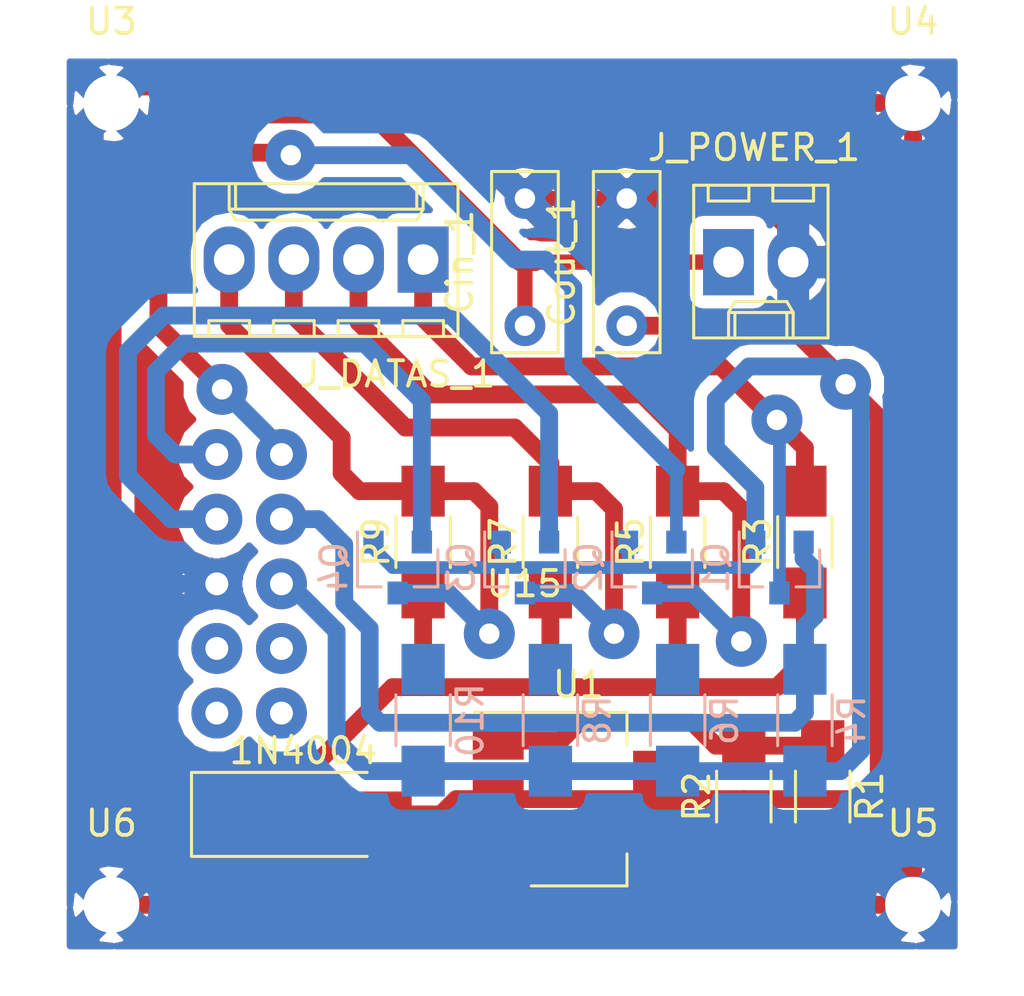
<source format=kicad_pcb>
(kicad_pcb (version 4) (host pcbnew 4.0.7)

  (general
    (links 46)
    (no_connects 3)
    (area 32.407143 17.575 72.592858 57.525)
    (thickness 1.6)
    (drawings 14)
    (tracks 198)
    (zones 0)
    (modules 25)
    (nets 17)
  )

  (page A4)
  (layers
    (0 F.Cu signal)
    (31 B.Cu signal hide)
    (32 B.Adhes user)
    (33 F.Adhes user)
    (34 B.Paste user)
    (35 F.Paste user)
    (36 B.SilkS user)
    (37 F.SilkS user)
    (38 B.Mask user)
    (39 F.Mask user)
    (40 Dwgs.User user)
    (41 Cmts.User user)
    (42 Eco1.User user)
    (43 Eco2.User user)
    (44 Edge.Cuts user)
    (45 Margin user)
    (46 B.CrtYd user)
    (47 F.CrtYd user)
    (48 B.Fab user)
    (49 F.Fab user)
  )

  (setup
    (last_trace_width 0.7)
    (trace_clearance 0.2)
    (zone_clearance 0.508)
    (zone_45_only no)
    (trace_min 0.5)
    (segment_width 0.2)
    (edge_width 0.15)
    (via_size 2)
    (via_drill 0.8)
    (via_min_size 0.4)
    (via_min_drill 0.3)
    (uvia_size 0.3)
    (uvia_drill 0.1)
    (uvias_allowed no)
    (uvia_min_size 0.2)
    (uvia_min_drill 0.1)
    (pcb_text_width 0.3)
    (pcb_text_size 1.5 1.5)
    (mod_edge_width 0.15)
    (mod_text_size 1 1)
    (mod_text_width 0.15)
    (pad_size 2 1.7)
    (pad_drill 0)
    (pad_to_mask_clearance 0.2)
    (aux_axis_origin 0 0)
    (visible_elements 7FFCFFFF)
    (pcbplotparams
      (layerselection 0x00030_80000001)
      (usegerberextensions false)
      (excludeedgelayer true)
      (linewidth 0.100000)
      (plotframeref false)
      (viasonmask false)
      (mode 1)
      (useauxorigin false)
      (hpglpennumber 1)
      (hpglpenspeed 20)
      (hpglpendiameter 15)
      (hpglpenoverlay 2)
      (psnegative false)
      (psa4output false)
      (plotreference true)
      (plotvalue true)
      (plotinvisibletext false)
      (padsonsilk false)
      (subtractmaskfromsilk false)
      (outputformat 1)
      (mirror false)
      (drillshape 1)
      (scaleselection 1)
      (outputdirectory ""))
  )

  (net 0 "")
  (net 1 +5V)
  (net 2 +2V8)
  (net 3 GND)
  (net 4 "/XSHUT(5V)")
  (net 5 "/GPIO1(5V)")
  (net 6 "/SDA(5V)")
  (net 7 "/SCL(5V)")
  (net 8 "Net-(R1-Pad1)")
  (net 9 "Net-(U15-Pad7)")
  (net 10 "Net-(U15-Pad8)")
  (net 11 "Net-(U15-Pad9)")
  (net 12 "Net-(U15-Pad10)")
  (net 13 "XSHUT(2V8)")
  (net 14 "GPIO1(2V8)")
  (net 15 "SDA(2V8)")
  (net 16 "SCL(2V8)")

  (net_class Default "Ceci est la Netclass par défaut"
    (clearance 0.2)
    (trace_width 0.7)
    (via_dia 2)
    (via_drill 0.8)
    (uvia_dia 0.3)
    (uvia_drill 0.1)
    (add_net +2V8)
    (add_net +5V)
    (add_net "/GPIO1(5V)")
    (add_net "/SCL(5V)")
    (add_net "/SDA(5V)")
    (add_net "/XSHUT(5V)")
    (add_net GND)
    (add_net "GPIO1(2V8)")
    (add_net "Net-(R1-Pad1)")
    (add_net "Net-(U15-Pad10)")
    (add_net "Net-(U15-Pad7)")
    (add_net "Net-(U15-Pad8)")
    (add_net "Net-(U15-Pad9)")
    (add_net "SCL(2V8)")
    (add_net "SDA(2V8)")
    (add_net "XSHUT(2V8)")
  )

  (module Resistors_SMD:R_1206_HandSoldering (layer F.Cu) (tedit 5AFE152F) (tstamp 5AC8FCF2)
    (at 49 39 90)
    (descr "Resistor SMD 1206, hand soldering")
    (tags "resistor 1206")
    (path /5ABE6336)
    (attr smd)
    (fp_text reference R9 (at 0 -1.85 90) (layer F.SilkS)
      (effects (font (size 1 1) (thickness 0.15)))
    )
    (fp_text value 10k (at 0 1.9 90) (layer F.Fab)
      (effects (font (size 1 1) (thickness 0.15)))
    )
    (fp_text user %R (at 0 0 90) (layer F.Fab)
      (effects (font (size 0.7 0.7) (thickness 0.105)))
    )
    (fp_line (start -1.6 0.8) (end -1.6 -0.8) (layer F.Fab) (width 0.1))
    (fp_line (start 1.6 0.8) (end -1.6 0.8) (layer F.Fab) (width 0.1))
    (fp_line (start 1.6 -0.8) (end 1.6 0.8) (layer F.Fab) (width 0.1))
    (fp_line (start -1.6 -0.8) (end 1.6 -0.8) (layer F.Fab) (width 0.1))
    (fp_line (start 1 1.07) (end -1 1.07) (layer F.SilkS) (width 0.12))
    (fp_line (start -1 -1.07) (end 1 -1.07) (layer F.SilkS) (width 0.12))
    (fp_line (start -3.25 -1.11) (end 3.25 -1.11) (layer F.CrtYd) (width 0.05))
    (fp_line (start -3.25 -1.11) (end -3.25 1.1) (layer F.CrtYd) (width 0.05))
    (fp_line (start 3.25 1.1) (end 3.25 -1.11) (layer F.CrtYd) (width 0.05))
    (fp_line (start 3.25 1.1) (end -3.25 1.1) (layer F.CrtYd) (width 0.05))
    (pad 1 smd rect (at -2 0 90) (size 2 1.7) (layers F.Cu F.Paste F.Mask)
      (net 1 +5V))
    (pad 2 smd rect (at 2 0 90) (size 2 1.7) (layers F.Cu F.Paste F.Mask)
      (net 7 "/SCL(5V)"))
    (model ${KISYS3DMOD}/Resistors_SMD.3dshapes/R_1206.wrl
      (at (xyz 0 0 0))
      (scale (xyz 1 1 1))
      (rotate (xyz 0 0 0))
    )
  )

  (module TO_SOT_Packages_SMD:SOT-223 (layer F.Cu) (tedit 58CE4E7E) (tstamp 5AC8FD00)
    (at 55.1 49.1)
    (descr "module CMS SOT223 4 pins")
    (tags "CMS SOT")
    (path /5ABE4EBC)
    (attr smd)
    (fp_text reference U1 (at 0 -4.5) (layer F.SilkS)
      (effects (font (size 1 1) (thickness 0.15)))
    )
    (fp_text value LM317 (at 0 4.5) (layer F.Fab)
      (effects (font (size 1 1) (thickness 0.15)))
    )
    (fp_text user %R (at 0 0 90) (layer F.Fab)
      (effects (font (size 0.8 0.8) (thickness 0.12)))
    )
    (fp_line (start -1.85 -2.3) (end -0.8 -3.35) (layer F.Fab) (width 0.1))
    (fp_line (start 1.91 3.41) (end 1.91 2.15) (layer F.SilkS) (width 0.12))
    (fp_line (start 1.91 -3.41) (end 1.91 -2.15) (layer F.SilkS) (width 0.12))
    (fp_line (start 4.4 -3.6) (end -4.4 -3.6) (layer F.CrtYd) (width 0.05))
    (fp_line (start 4.4 3.6) (end 4.4 -3.6) (layer F.CrtYd) (width 0.05))
    (fp_line (start -4.4 3.6) (end 4.4 3.6) (layer F.CrtYd) (width 0.05))
    (fp_line (start -4.4 -3.6) (end -4.4 3.6) (layer F.CrtYd) (width 0.05))
    (fp_line (start -1.85 -2.3) (end -1.85 3.35) (layer F.Fab) (width 0.1))
    (fp_line (start -1.85 3.41) (end 1.91 3.41) (layer F.SilkS) (width 0.12))
    (fp_line (start -0.8 -3.35) (end 1.85 -3.35) (layer F.Fab) (width 0.1))
    (fp_line (start -4.1 -3.41) (end 1.91 -3.41) (layer F.SilkS) (width 0.12))
    (fp_line (start -1.85 3.35) (end 1.85 3.35) (layer F.Fab) (width 0.1))
    (fp_line (start 1.85 -3.35) (end 1.85 3.35) (layer F.Fab) (width 0.1))
    (pad 4 smd rect (at 3.15 0) (size 2 3.8) (layers F.Cu F.Paste F.Mask)
      (net 2 +2V8))
    (pad 2 smd rect (at -3.15 0) (size 2 1.5) (layers F.Cu F.Paste F.Mask)
      (net 2 +2V8))
    (pad 3 smd rect (at -3.15 2.3) (size 2 1.5) (layers F.Cu F.Paste F.Mask)
      (net 1 +5V))
    (pad 1 smd rect (at -3.15 -2.3) (size 2 1.5) (layers F.Cu F.Paste F.Mask)
      (net 8 "Net-(R1-Pad1)"))
    (model ${KISYS3DMOD}/TO_SOT_Packages_SMD.3dshapes/SOT-223.wrl
      (at (xyz 0 0 0))
      (scale (xyz 1 1 1))
      (rotate (xyz 0 0 0))
    )
  )

  (module Capacitors_THT:C_Rect_L7.0mm_W2.5mm_P5.00mm (layer F.Cu) (tedit 597BC7C2) (tstamp 5AC8FC8C)
    (at 53 30.5 90)
    (descr "C, Rect series, Radial, pin pitch=5.00mm, , length*width=7*2.5mm^2, Capacitor")
    (tags "C Rect series Radial pin pitch 5.00mm  length 7mm width 2.5mm Capacitor")
    (path /5ABA3D2D)
    (fp_text reference Cin_1 (at 2.5 -2.56 90) (layer F.SilkS)
      (effects (font (size 1 1) (thickness 0.15)))
    )
    (fp_text value 1u (at 2.5 2.56 90) (layer F.Fab)
      (effects (font (size 1 1) (thickness 0.15)))
    )
    (fp_line (start -1 -1.25) (end -1 1.25) (layer F.Fab) (width 0.1))
    (fp_line (start -1 1.25) (end 6 1.25) (layer F.Fab) (width 0.1))
    (fp_line (start 6 1.25) (end 6 -1.25) (layer F.Fab) (width 0.1))
    (fp_line (start 6 -1.25) (end -1 -1.25) (layer F.Fab) (width 0.1))
    (fp_line (start -1.06 -1.31) (end 6.06 -1.31) (layer F.SilkS) (width 0.12))
    (fp_line (start -1.06 1.31) (end 6.06 1.31) (layer F.SilkS) (width 0.12))
    (fp_line (start -1.06 -1.31) (end -1.06 1.31) (layer F.SilkS) (width 0.12))
    (fp_line (start 6.06 -1.31) (end 6.06 1.31) (layer F.SilkS) (width 0.12))
    (fp_line (start -1.35 -1.6) (end -1.35 1.6) (layer F.CrtYd) (width 0.05))
    (fp_line (start -1.35 1.6) (end 6.35 1.6) (layer F.CrtYd) (width 0.05))
    (fp_line (start 6.35 1.6) (end 6.35 -1.6) (layer F.CrtYd) (width 0.05))
    (fp_line (start 6.35 -1.6) (end -1.35 -1.6) (layer F.CrtYd) (width 0.05))
    (fp_text user %R (at 2.5 0 90) (layer F.Fab)
      (effects (font (size 1 1) (thickness 0.15)))
    )
    (pad 1 thru_hole circle (at 0 0 90) (size 1.6 1.6) (drill 0.8) (layers *.Cu *.Mask)
      (net 1 +5V))
    (pad 2 thru_hole circle (at 5 0 90) (size 1.6 1.6) (drill 0.8) (layers *.Cu *.Mask)
      (net 3 GND))
    (model ${KISYS3DMOD}/Capacitors_THT.3dshapes/C_Rect_L7.0mm_W2.5mm_P5.00mm.wrl
      (at (xyz 0 0 0))
      (scale (xyz 1 1 1))
      (rotate (xyz 0 0 0))
    )
  )

  (module Connectors_Molex:Molex_KK-6410-04_04x2.54mm_Straight (layer F.Cu) (tedit 58EE6EE8) (tstamp 5AC8FC9A)
    (at 49 27.9 180)
    (descr "Connector Headers with Friction Lock, 22-27-2041, http://www.molex.com/pdm_docs/sd/022272021_sd.pdf")
    (tags "connector molex kk_6410 22-27-2041")
    (path /5AB4C815)
    (fp_text reference J_DATAS_1 (at 1 -4.5 180) (layer F.SilkS)
      (effects (font (size 1 1) (thickness 0.15)))
    )
    (fp_text value Conn_01x04 (at 3.81 4.5 180) (layer F.Fab)
      (effects (font (size 1 1) (thickness 0.15)))
    )
    (fp_line (start -1.47 -3.12) (end -1.47 3.08) (layer F.Fab) (width 0.12))
    (fp_line (start -1.47 3.08) (end 9.09 3.08) (layer F.Fab) (width 0.12))
    (fp_line (start 9.09 3.08) (end 9.09 -3.12) (layer F.Fab) (width 0.12))
    (fp_line (start 9.09 -3.12) (end -1.47 -3.12) (layer F.Fab) (width 0.12))
    (fp_line (start -1.37 -3.02) (end -1.37 2.98) (layer F.SilkS) (width 0.12))
    (fp_line (start -1.37 2.98) (end 8.99 2.98) (layer F.SilkS) (width 0.12))
    (fp_line (start 8.99 2.98) (end 8.99 -3.02) (layer F.SilkS) (width 0.12))
    (fp_line (start 8.99 -3.02) (end -1.37 -3.02) (layer F.SilkS) (width 0.12))
    (fp_line (start 0 2.98) (end 0 1.98) (layer F.SilkS) (width 0.12))
    (fp_line (start 0 1.98) (end 7.62 1.98) (layer F.SilkS) (width 0.12))
    (fp_line (start 7.62 1.98) (end 7.62 2.98) (layer F.SilkS) (width 0.12))
    (fp_line (start 0 1.98) (end 0.25 1.55) (layer F.SilkS) (width 0.12))
    (fp_line (start 0.25 1.55) (end 7.37 1.55) (layer F.SilkS) (width 0.12))
    (fp_line (start 7.37 1.55) (end 7.62 1.98) (layer F.SilkS) (width 0.12))
    (fp_line (start 0.25 2.98) (end 0.25 1.98) (layer F.SilkS) (width 0.12))
    (fp_line (start 7.37 2.98) (end 7.37 1.98) (layer F.SilkS) (width 0.12))
    (fp_line (start -0.8 -3.02) (end -0.8 -2.4) (layer F.SilkS) (width 0.12))
    (fp_line (start -0.8 -2.4) (end 0.8 -2.4) (layer F.SilkS) (width 0.12))
    (fp_line (start 0.8 -2.4) (end 0.8 -3.02) (layer F.SilkS) (width 0.12))
    (fp_line (start 1.74 -3.02) (end 1.74 -2.4) (layer F.SilkS) (width 0.12))
    (fp_line (start 1.74 -2.4) (end 3.34 -2.4) (layer F.SilkS) (width 0.12))
    (fp_line (start 3.34 -2.4) (end 3.34 -3.02) (layer F.SilkS) (width 0.12))
    (fp_line (start 4.28 -3.02) (end 4.28 -2.4) (layer F.SilkS) (width 0.12))
    (fp_line (start 4.28 -2.4) (end 5.88 -2.4) (layer F.SilkS) (width 0.12))
    (fp_line (start 5.88 -2.4) (end 5.88 -3.02) (layer F.SilkS) (width 0.12))
    (fp_line (start 6.82 -3.02) (end 6.82 -2.4) (layer F.SilkS) (width 0.12))
    (fp_line (start 6.82 -2.4) (end 8.42 -2.4) (layer F.SilkS) (width 0.12))
    (fp_line (start 8.42 -2.4) (end 8.42 -3.02) (layer F.SilkS) (width 0.12))
    (fp_line (start -1.9 3.5) (end -1.9 -3.55) (layer F.CrtYd) (width 0.05))
    (fp_line (start -1.9 -3.55) (end 9.5 -3.55) (layer F.CrtYd) (width 0.05))
    (fp_line (start 9.5 -3.55) (end 9.5 3.5) (layer F.CrtYd) (width 0.05))
    (fp_line (start 9.5 3.5) (end -1.9 3.5) (layer F.CrtYd) (width 0.05))
    (fp_text user %R (at 3.81 0 180) (layer F.Fab)
      (effects (font (size 1 1) (thickness 0.15)))
    )
    (pad 1 thru_hole rect (at 0 0 180) (size 2 2.6) (drill 1.2) (layers *.Cu *.Mask)
      (net 4 "/XSHUT(5V)"))
    (pad 2 thru_hole oval (at 2.54 0 180) (size 2 2.6) (drill 1.2) (layers *.Cu *.Mask)
      (net 5 "/GPIO1(5V)"))
    (pad 3 thru_hole oval (at 5.08 0 180) (size 2 2.6) (drill 1.2) (layers *.Cu *.Mask)
      (net 6 "/SDA(5V)"))
    (pad 4 thru_hole oval (at 7.62 0 180) (size 2 2.6) (drill 1.2) (layers *.Cu *.Mask)
      (net 7 "/SCL(5V)"))
    (model ${KISYS3DMOD}/Connectors_Molex.3dshapes/Molex_KK-6410-04_04x2.54mm_Straight.wrl
      (at (xyz 0 0 0))
      (scale (xyz 1 1 1))
      (rotate (xyz 0 0 0))
    )
  )

  (module Diodes_SMD:D_SMA_Handsoldering (layer F.Cu) (tedit 5AD8CF82) (tstamp 5AC8FC74)
    (at 44.3 49.7)
    (descr "Diode SMA (DO-214AC) Handsoldering")
    (tags "Diode SMA (DO-214AC) Handsoldering")
    (path /5AC186BC)
    (attr smd)
    (fp_text reference 1N4004 (at 0 -2.5) (layer F.SilkS)
      (effects (font (size 1 1) (thickness 0.15)))
    )
    (fp_text value D1 (at 0 2.6) (layer F.Fab)
      (effects (font (size 1 1) (thickness 0.15)))
    )
    (fp_text user %R (at -0.45 3.9) (layer F.Fab)
      (effects (font (size 1 1) (thickness 0.15)))
    )
    (fp_line (start -4.4 -1.65) (end -4.4 1.65) (layer F.SilkS) (width 0.12))
    (fp_line (start 2.3 1.5) (end -2.3 1.5) (layer F.Fab) (width 0.1))
    (fp_line (start -2.3 1.5) (end -2.3 -1.5) (layer F.Fab) (width 0.1))
    (fp_line (start 2.3 -1.5) (end 2.3 1.5) (layer F.Fab) (width 0.1))
    (fp_line (start 2.3 -1.5) (end -2.3 -1.5) (layer F.Fab) (width 0.1))
    (fp_line (start -4.5 -1.75) (end 4.5 -1.75) (layer F.CrtYd) (width 0.05))
    (fp_line (start 4.5 -1.75) (end 4.5 1.75) (layer F.CrtYd) (width 0.05))
    (fp_line (start 4.5 1.75) (end -4.5 1.75) (layer F.CrtYd) (width 0.05))
    (fp_line (start -4.5 1.75) (end -4.5 -1.75) (layer F.CrtYd) (width 0.05))
    (fp_line (start -0.64944 0.00102) (end -1.55114 0.00102) (layer F.Fab) (width 0.1))
    (fp_line (start 0.50118 0.00102) (end 1.4994 0.00102) (layer F.Fab) (width 0.1))
    (fp_line (start -0.64944 -0.79908) (end -0.64944 0.80112) (layer F.Fab) (width 0.1))
    (fp_line (start 0.50118 0.75032) (end 0.50118 -0.79908) (layer F.Fab) (width 0.1))
    (fp_line (start -0.64944 0.00102) (end 0.50118 0.75032) (layer F.Fab) (width 0.1))
    (fp_line (start -0.64944 0.00102) (end 0.50118 -0.79908) (layer F.Fab) (width 0.1))
    (fp_line (start -4.4 1.65) (end 2.5 1.65) (layer F.SilkS) (width 0.12))
    (fp_line (start -4.4 -1.65) (end 2.5 -1.65) (layer F.SilkS) (width 0.12))
    (pad 1 smd rect (at -2.5 0) (size 3.5 1.8) (layers F.Cu F.Paste F.Mask)
      (net 1 +5V))
    (pad 2 smd rect (at 2.5 0) (size 3.5 1.8) (layers F.Cu F.Paste F.Mask)
      (net 2 +2V8))
    (model ${KISYS3DMOD}/Diodes_SMD.3dshapes/D_SMA.wrl
      (at (xyz 0 0 0))
      (scale (xyz 1 1 1))
      (rotate (xyz 0 0 0))
    )
  )

  (module Capacitors_THT:C_Rect_L7.0mm_W2.5mm_P5.00mm (layer F.Cu) (tedit 597BC7C2) (tstamp 5AC8FC92)
    (at 57 30.5 90)
    (descr "C, Rect series, Radial, pin pitch=5.00mm, , length*width=7*2.5mm^2, Capacitor")
    (tags "C Rect series Radial pin pitch 5.00mm  length 7mm width 2.5mm Capacitor")
    (path /5ABA3D80)
    (fp_text reference Cout_1 (at 2.5 -2.56 90) (layer F.SilkS)
      (effects (font (size 1 1) (thickness 0.15)))
    )
    (fp_text value 1u (at 2.5 2.56 90) (layer F.Fab)
      (effects (font (size 1 1) (thickness 0.15)))
    )
    (fp_line (start -1 -1.25) (end -1 1.25) (layer F.Fab) (width 0.1))
    (fp_line (start -1 1.25) (end 6 1.25) (layer F.Fab) (width 0.1))
    (fp_line (start 6 1.25) (end 6 -1.25) (layer F.Fab) (width 0.1))
    (fp_line (start 6 -1.25) (end -1 -1.25) (layer F.Fab) (width 0.1))
    (fp_line (start -1.06 -1.31) (end 6.06 -1.31) (layer F.SilkS) (width 0.12))
    (fp_line (start -1.06 1.31) (end 6.06 1.31) (layer F.SilkS) (width 0.12))
    (fp_line (start -1.06 -1.31) (end -1.06 1.31) (layer F.SilkS) (width 0.12))
    (fp_line (start 6.06 -1.31) (end 6.06 1.31) (layer F.SilkS) (width 0.12))
    (fp_line (start -1.35 -1.6) (end -1.35 1.6) (layer F.CrtYd) (width 0.05))
    (fp_line (start -1.35 1.6) (end 6.35 1.6) (layer F.CrtYd) (width 0.05))
    (fp_line (start 6.35 1.6) (end 6.35 -1.6) (layer F.CrtYd) (width 0.05))
    (fp_line (start 6.35 -1.6) (end -1.35 -1.6) (layer F.CrtYd) (width 0.05))
    (fp_text user %R (at 2.5 0 90) (layer F.Fab)
      (effects (font (size 1 1) (thickness 0.15)))
    )
    (pad 1 thru_hole circle (at 0 0 90) (size 1.6 1.6) (drill 0.8) (layers *.Cu *.Mask)
      (net 2 +2V8))
    (pad 2 thru_hole circle (at 5 0 90) (size 1.6 1.6) (drill 0.8) (layers *.Cu *.Mask)
      (net 3 GND))
    (model ${KISYS3DMOD}/Capacitors_THT.3dshapes/C_Rect_L7.0mm_W2.5mm_P5.00mm.wrl
      (at (xyz 0 0 0))
      (scale (xyz 1 1 1))
      (rotate (xyz 0 0 0))
    )
  )

  (module Connectors_Molex:Molex_KK-6410-02_02x2.54mm_Straight (layer F.Cu) (tedit 58EE6EE4) (tstamp 5AC8FCA0)
    (at 61 28)
    (descr "Connector Headers with Friction Lock, 22-27-2021, http://www.molex.com/pdm_docs/sd/022272021_sd.pdf")
    (tags "connector molex kk_6410 22-27-2021")
    (path /5AB4C7D2)
    (fp_text reference J_POWER_1 (at 1 -4.5) (layer F.SilkS)
      (effects (font (size 1 1) (thickness 0.15)))
    )
    (fp_text value Conn_01x02 (at 1.27 4.5) (layer F.Fab)
      (effects (font (size 1 1) (thickness 0.15)))
    )
    (fp_line (start -1.47 -3.12) (end -1.47 3.08) (layer F.Fab) (width 0.12))
    (fp_line (start -1.47 3.08) (end 4.01 3.08) (layer F.Fab) (width 0.12))
    (fp_line (start 4.01 3.08) (end 4.01 -3.12) (layer F.Fab) (width 0.12))
    (fp_line (start 4.01 -3.12) (end -1.47 -3.12) (layer F.Fab) (width 0.12))
    (fp_line (start -1.37 -3.02) (end -1.37 2.98) (layer F.SilkS) (width 0.12))
    (fp_line (start -1.37 2.98) (end 3.91 2.98) (layer F.SilkS) (width 0.12))
    (fp_line (start 3.91 2.98) (end 3.91 -3.02) (layer F.SilkS) (width 0.12))
    (fp_line (start 3.91 -3.02) (end -1.37 -3.02) (layer F.SilkS) (width 0.12))
    (fp_line (start 0 2.98) (end 0 1.98) (layer F.SilkS) (width 0.12))
    (fp_line (start 0 1.98) (end 2.54 1.98) (layer F.SilkS) (width 0.12))
    (fp_line (start 2.54 1.98) (end 2.54 2.98) (layer F.SilkS) (width 0.12))
    (fp_line (start 0 1.98) (end 0.25 1.55) (layer F.SilkS) (width 0.12))
    (fp_line (start 0.25 1.55) (end 2.29 1.55) (layer F.SilkS) (width 0.12))
    (fp_line (start 2.29 1.55) (end 2.54 1.98) (layer F.SilkS) (width 0.12))
    (fp_line (start 0.25 2.98) (end 0.25 1.98) (layer F.SilkS) (width 0.12))
    (fp_line (start 2.29 2.98) (end 2.29 1.98) (layer F.SilkS) (width 0.12))
    (fp_line (start -0.8 -3.02) (end -0.8 -2.4) (layer F.SilkS) (width 0.12))
    (fp_line (start -0.8 -2.4) (end 0.8 -2.4) (layer F.SilkS) (width 0.12))
    (fp_line (start 0.8 -2.4) (end 0.8 -3.02) (layer F.SilkS) (width 0.12))
    (fp_line (start 1.74 -3.02) (end 1.74 -2.4) (layer F.SilkS) (width 0.12))
    (fp_line (start 1.74 -2.4) (end 3.34 -2.4) (layer F.SilkS) (width 0.12))
    (fp_line (start 3.34 -2.4) (end 3.34 -3.02) (layer F.SilkS) (width 0.12))
    (fp_line (start -1.9 3.5) (end -1.9 -3.55) (layer F.CrtYd) (width 0.05))
    (fp_line (start -1.9 -3.55) (end 4.45 -3.55) (layer F.CrtYd) (width 0.05))
    (fp_line (start 4.45 -3.55) (end 4.45 3.5) (layer F.CrtYd) (width 0.05))
    (fp_line (start 4.45 3.5) (end -1.9 3.5) (layer F.CrtYd) (width 0.05))
    (fp_text user %R (at 1.27 0) (layer F.Fab)
      (effects (font (size 1 1) (thickness 0.15)))
    )
    (pad 1 thru_hole rect (at 0 0) (size 2 2.6) (drill 1.2) (layers *.Cu *.Mask)
      (net 1 +5V))
    (pad 2 thru_hole oval (at 2.54 0) (size 2 2.6) (drill 1.2) (layers *.Cu *.Mask)
      (net 3 GND))
    (model ${KISYS3DMOD}/Connectors_Molex.3dshapes/Molex_KK-6410-02_02x2.54mm_Straight.wrl
      (at (xyz 0 0 0))
      (scale (xyz 1 1 1))
      (rotate (xyz 0 0 0))
    )
  )

  (module TO_SOT_Packages_SMD:SOT-23 (layer B.Cu) (tedit 58CE4E7E) (tstamp 5AC8FCA7)
    (at 63 40 270)
    (descr "SOT-23, Standard")
    (tags SOT-23)
    (path /5ABE5892)
    (attr smd)
    (fp_text reference Q1 (at 0 2.5 270) (layer B.SilkS)
      (effects (font (size 1 1) (thickness 0.15)) (justify mirror))
    )
    (fp_text value BSS138 (at 0 -2.5 270) (layer B.Fab)
      (effects (font (size 1 1) (thickness 0.15)) (justify mirror))
    )
    (fp_text user %R (at 0 0 540) (layer B.Fab)
      (effects (font (size 0.5 0.5) (thickness 0.075)) (justify mirror))
    )
    (fp_line (start -0.7 0.95) (end -0.7 -1.5) (layer B.Fab) (width 0.1))
    (fp_line (start -0.15 1.52) (end 0.7 1.52) (layer B.Fab) (width 0.1))
    (fp_line (start -0.7 0.95) (end -0.15 1.52) (layer B.Fab) (width 0.1))
    (fp_line (start 0.7 1.52) (end 0.7 -1.52) (layer B.Fab) (width 0.1))
    (fp_line (start -0.7 -1.52) (end 0.7 -1.52) (layer B.Fab) (width 0.1))
    (fp_line (start 0.76 -1.58) (end 0.76 -0.65) (layer B.SilkS) (width 0.12))
    (fp_line (start 0.76 1.58) (end 0.76 0.65) (layer B.SilkS) (width 0.12))
    (fp_line (start -1.7 1.75) (end 1.7 1.75) (layer B.CrtYd) (width 0.05))
    (fp_line (start 1.7 1.75) (end 1.7 -1.75) (layer B.CrtYd) (width 0.05))
    (fp_line (start 1.7 -1.75) (end -1.7 -1.75) (layer B.CrtYd) (width 0.05))
    (fp_line (start -1.7 -1.75) (end -1.7 1.75) (layer B.CrtYd) (width 0.05))
    (fp_line (start 0.76 1.58) (end -1.4 1.58) (layer B.SilkS) (width 0.12))
    (fp_line (start 0.76 -1.58) (end -0.7 -1.58) (layer B.SilkS) (width 0.12))
    (pad 1 smd rect (at -1 0.95 270) (size 0.9 0.8) (layers B.Cu B.Paste B.Mask)
      (net 2 +2V8))
    (pad 2 smd rect (at -1 -0.95 270) (size 0.9 0.8) (layers B.Cu B.Paste B.Mask)
      (net 13 "XSHUT(2V8)"))
    (pad 3 smd rect (at 1 0 270) (size 0.9 0.8) (layers B.Cu B.Paste B.Mask)
      (net 4 "/XSHUT(5V)"))
    (model ${KISYS3DMOD}/TO_SOT_Packages_SMD.3dshapes/SOT-23.wrl
      (at (xyz 0 0 0))
      (scale (xyz 1 1 1))
      (rotate (xyz 0 0 0))
    )
  )

  (module TO_SOT_Packages_SMD:SOT-23 (layer B.Cu) (tedit 58CE4E7E) (tstamp 5AC8FCAE)
    (at 58 40 270)
    (descr "SOT-23, Standard")
    (tags SOT-23)
    (path /5ABE5E10)
    (attr smd)
    (fp_text reference Q2 (at 0 2.5 270) (layer B.SilkS)
      (effects (font (size 1 1) (thickness 0.15)) (justify mirror))
    )
    (fp_text value BSS138 (at 0 -2.5 270) (layer B.Fab)
      (effects (font (size 1 1) (thickness 0.15)) (justify mirror))
    )
    (fp_text user %R (at 0 0 540) (layer B.Fab)
      (effects (font (size 0.5 0.5) (thickness 0.075)) (justify mirror))
    )
    (fp_line (start -0.7 0.95) (end -0.7 -1.5) (layer B.Fab) (width 0.1))
    (fp_line (start -0.15 1.52) (end 0.7 1.52) (layer B.Fab) (width 0.1))
    (fp_line (start -0.7 0.95) (end -0.15 1.52) (layer B.Fab) (width 0.1))
    (fp_line (start 0.7 1.52) (end 0.7 -1.52) (layer B.Fab) (width 0.1))
    (fp_line (start -0.7 -1.52) (end 0.7 -1.52) (layer B.Fab) (width 0.1))
    (fp_line (start 0.76 -1.58) (end 0.76 -0.65) (layer B.SilkS) (width 0.12))
    (fp_line (start 0.76 1.58) (end 0.76 0.65) (layer B.SilkS) (width 0.12))
    (fp_line (start -1.7 1.75) (end 1.7 1.75) (layer B.CrtYd) (width 0.05))
    (fp_line (start 1.7 1.75) (end 1.7 -1.75) (layer B.CrtYd) (width 0.05))
    (fp_line (start 1.7 -1.75) (end -1.7 -1.75) (layer B.CrtYd) (width 0.05))
    (fp_line (start -1.7 -1.75) (end -1.7 1.75) (layer B.CrtYd) (width 0.05))
    (fp_line (start 0.76 1.58) (end -1.4 1.58) (layer B.SilkS) (width 0.12))
    (fp_line (start 0.76 -1.58) (end -0.7 -1.58) (layer B.SilkS) (width 0.12))
    (pad 1 smd rect (at -1 0.95 270) (size 0.9 0.8) (layers B.Cu B.Paste B.Mask)
      (net 2 +2V8))
    (pad 2 smd rect (at -1 -0.95 270) (size 0.9 0.8) (layers B.Cu B.Paste B.Mask)
      (net 14 "GPIO1(2V8)"))
    (pad 3 smd rect (at 1 0 270) (size 0.9 0.8) (layers B.Cu B.Paste B.Mask)
      (net 5 "/GPIO1(5V)"))
    (model ${KISYS3DMOD}/TO_SOT_Packages_SMD.3dshapes/SOT-23.wrl
      (at (xyz 0 0 0))
      (scale (xyz 1 1 1))
      (rotate (xyz 0 0 0))
    )
  )

  (module TO_SOT_Packages_SMD:SOT-23 (layer B.Cu) (tedit 58CE4E7E) (tstamp 5AC8FCB5)
    (at 53 40 270)
    (descr "SOT-23, Standard")
    (tags SOT-23)
    (path /5ABE624B)
    (attr smd)
    (fp_text reference Q3 (at 0 2.5 270) (layer B.SilkS)
      (effects (font (size 1 1) (thickness 0.15)) (justify mirror))
    )
    (fp_text value BSS138 (at 0 -2.5 270) (layer B.Fab)
      (effects (font (size 1 1) (thickness 0.15)) (justify mirror))
    )
    (fp_text user %R (at 0 0 540) (layer B.Fab)
      (effects (font (size 0.5 0.5) (thickness 0.075)) (justify mirror))
    )
    (fp_line (start -0.7 0.95) (end -0.7 -1.5) (layer B.Fab) (width 0.1))
    (fp_line (start -0.15 1.52) (end 0.7 1.52) (layer B.Fab) (width 0.1))
    (fp_line (start -0.7 0.95) (end -0.15 1.52) (layer B.Fab) (width 0.1))
    (fp_line (start 0.7 1.52) (end 0.7 -1.52) (layer B.Fab) (width 0.1))
    (fp_line (start -0.7 -1.52) (end 0.7 -1.52) (layer B.Fab) (width 0.1))
    (fp_line (start 0.76 -1.58) (end 0.76 -0.65) (layer B.SilkS) (width 0.12))
    (fp_line (start 0.76 1.58) (end 0.76 0.65) (layer B.SilkS) (width 0.12))
    (fp_line (start -1.7 1.75) (end 1.7 1.75) (layer B.CrtYd) (width 0.05))
    (fp_line (start 1.7 1.75) (end 1.7 -1.75) (layer B.CrtYd) (width 0.05))
    (fp_line (start 1.7 -1.75) (end -1.7 -1.75) (layer B.CrtYd) (width 0.05))
    (fp_line (start -1.7 -1.75) (end -1.7 1.75) (layer B.CrtYd) (width 0.05))
    (fp_line (start 0.76 1.58) (end -1.4 1.58) (layer B.SilkS) (width 0.12))
    (fp_line (start 0.76 -1.58) (end -0.7 -1.58) (layer B.SilkS) (width 0.12))
    (pad 1 smd rect (at -1 0.95 270) (size 0.9 0.8) (layers B.Cu B.Paste B.Mask)
      (net 2 +2V8))
    (pad 2 smd rect (at -1 -0.95 270) (size 0.9 0.8) (layers B.Cu B.Paste B.Mask)
      (net 15 "SDA(2V8)"))
    (pad 3 smd rect (at 1 0 270) (size 0.9 0.8) (layers B.Cu B.Paste B.Mask)
      (net 6 "/SDA(5V)"))
    (model ${KISYS3DMOD}/TO_SOT_Packages_SMD.3dshapes/SOT-23.wrl
      (at (xyz 0 0 0))
      (scale (xyz 1 1 1))
      (rotate (xyz 0 0 0))
    )
  )

  (module TO_SOT_Packages_SMD:SOT-23 (layer B.Cu) (tedit 58CE4E7E) (tstamp 5AC8FCBC)
    (at 48 40 270)
    (descr "SOT-23, Standard")
    (tags SOT-23)
    (path /5ABE633C)
    (attr smd)
    (fp_text reference Q4 (at 0 2.5 270) (layer B.SilkS)
      (effects (font (size 1 1) (thickness 0.15)) (justify mirror))
    )
    (fp_text value BSS138 (at 0 -2.5 270) (layer B.Fab)
      (effects (font (size 1 1) (thickness 0.15)) (justify mirror))
    )
    (fp_text user %R (at 0 0 540) (layer B.Fab)
      (effects (font (size 0.5 0.5) (thickness 0.075)) (justify mirror))
    )
    (fp_line (start -0.7 0.95) (end -0.7 -1.5) (layer B.Fab) (width 0.1))
    (fp_line (start -0.15 1.52) (end 0.7 1.52) (layer B.Fab) (width 0.1))
    (fp_line (start -0.7 0.95) (end -0.15 1.52) (layer B.Fab) (width 0.1))
    (fp_line (start 0.7 1.52) (end 0.7 -1.52) (layer B.Fab) (width 0.1))
    (fp_line (start -0.7 -1.52) (end 0.7 -1.52) (layer B.Fab) (width 0.1))
    (fp_line (start 0.76 -1.58) (end 0.76 -0.65) (layer B.SilkS) (width 0.12))
    (fp_line (start 0.76 1.58) (end 0.76 0.65) (layer B.SilkS) (width 0.12))
    (fp_line (start -1.7 1.75) (end 1.7 1.75) (layer B.CrtYd) (width 0.05))
    (fp_line (start 1.7 1.75) (end 1.7 -1.75) (layer B.CrtYd) (width 0.05))
    (fp_line (start 1.7 -1.75) (end -1.7 -1.75) (layer B.CrtYd) (width 0.05))
    (fp_line (start -1.7 -1.75) (end -1.7 1.75) (layer B.CrtYd) (width 0.05))
    (fp_line (start 0.76 1.58) (end -1.4 1.58) (layer B.SilkS) (width 0.12))
    (fp_line (start 0.76 -1.58) (end -0.7 -1.58) (layer B.SilkS) (width 0.12))
    (pad 1 smd rect (at -1 0.95 270) (size 0.9 0.8) (layers B.Cu B.Paste B.Mask)
      (net 2 +2V8))
    (pad 2 smd rect (at -1 -0.95 270) (size 0.9 0.8) (layers B.Cu B.Paste B.Mask)
      (net 16 "SCL(2V8)"))
    (pad 3 smd rect (at 1 0 270) (size 0.9 0.8) (layers B.Cu B.Paste B.Mask)
      (net 7 "/SCL(5V)"))
    (model ${KISYS3DMOD}/TO_SOT_Packages_SMD.3dshapes/SOT-23.wrl
      (at (xyz 0 0 0))
      (scale (xyz 1 1 1))
      (rotate (xyz 0 0 0))
    )
  )

  (module Resistors_SMD:R_1206_HandSoldering (layer F.Cu) (tedit 5AFEE232) (tstamp 5AC8FCC2)
    (at 64.7 49 270)
    (descr "Resistor SMD 1206, hand soldering")
    (tags "resistor 1206")
    (path /5ABE507C)
    (attr smd)
    (fp_text reference R1 (at 0 -1.85 270) (layer F.SilkS)
      (effects (font (size 1 1) (thickness 0.15)))
    )
    (fp_text value 330 (at 0.022 -1.848 270) (layer F.Fab)
      (effects (font (size 1 1) (thickness 0.15)))
    )
    (fp_text user %R (at 0 0 270) (layer F.Fab)
      (effects (font (size 0.7 0.7) (thickness 0.105)))
    )
    (fp_line (start -1.6 0.8) (end -1.6 -0.8) (layer F.Fab) (width 0.1))
    (fp_line (start 1.6 0.8) (end -1.6 0.8) (layer F.Fab) (width 0.1))
    (fp_line (start 1.6 -0.8) (end 1.6 0.8) (layer F.Fab) (width 0.1))
    (fp_line (start -1.6 -0.8) (end 1.6 -0.8) (layer F.Fab) (width 0.1))
    (fp_line (start 1 1.07) (end -1 1.07) (layer F.SilkS) (width 0.12))
    (fp_line (start -1 -1.07) (end 1 -1.07) (layer F.SilkS) (width 0.12))
    (fp_line (start -3.25 -1.11) (end 3.25 -1.11) (layer F.CrtYd) (width 0.05))
    (fp_line (start -3.25 -1.11) (end -3.25 1.1) (layer F.CrtYd) (width 0.05))
    (fp_line (start 3.25 1.1) (end 3.25 -1.11) (layer F.CrtYd) (width 0.05))
    (fp_line (start 3.25 1.1) (end -3.25 1.1) (layer F.CrtYd) (width 0.05))
    (pad 1 smd rect (at -2 0 270) (size 2 1.7) (layers F.Cu F.Paste F.Mask)
      (net 8 "Net-(R1-Pad1)"))
    (pad 2 smd rect (at 2 0 270) (size 2 1.7) (layers F.Cu F.Paste F.Mask)
      (net 3 GND))
    (model ${KISYS3DMOD}/Resistors_SMD.3dshapes/R_1206.wrl
      (at (xyz 0 0 0))
      (scale (xyz 1 1 1))
      (rotate (xyz 0 0 0))
    )
  )

  (module Resistors_SMD:R_1206_HandSoldering (layer F.Cu) (tedit 58E0A804) (tstamp 5AC8FCC8)
    (at 61.6 49 90)
    (descr "Resistor SMD 1206, hand soldering")
    (tags "resistor 1206")
    (path /5ABE50CB)
    (attr smd)
    (fp_text reference R2 (at 0 -1.85 90) (layer F.SilkS)
      (effects (font (size 1 1) (thickness 0.15)))
    )
    (fp_text value 270 (at 0 1.9 90) (layer F.Fab)
      (effects (font (size 1 1) (thickness 0.15)))
    )
    (fp_text user %R (at 0 0 90) (layer F.Fab)
      (effects (font (size 0.7 0.7) (thickness 0.105)))
    )
    (fp_line (start -1.6 0.8) (end -1.6 -0.8) (layer F.Fab) (width 0.1))
    (fp_line (start 1.6 0.8) (end -1.6 0.8) (layer F.Fab) (width 0.1))
    (fp_line (start 1.6 -0.8) (end 1.6 0.8) (layer F.Fab) (width 0.1))
    (fp_line (start -1.6 -0.8) (end 1.6 -0.8) (layer F.Fab) (width 0.1))
    (fp_line (start 1 1.07) (end -1 1.07) (layer F.SilkS) (width 0.12))
    (fp_line (start -1 -1.07) (end 1 -1.07) (layer F.SilkS) (width 0.12))
    (fp_line (start -3.25 -1.11) (end 3.25 -1.11) (layer F.CrtYd) (width 0.05))
    (fp_line (start -3.25 -1.11) (end -3.25 1.1) (layer F.CrtYd) (width 0.05))
    (fp_line (start 3.25 1.1) (end 3.25 -1.11) (layer F.CrtYd) (width 0.05))
    (fp_line (start 3.25 1.1) (end -3.25 1.1) (layer F.CrtYd) (width 0.05))
    (pad 1 smd rect (at -2 0 90) (size 2 1.7) (layers F.Cu F.Paste F.Mask)
      (net 2 +2V8))
    (pad 2 smd rect (at 2 0 90) (size 2 1.7) (layers F.Cu F.Paste F.Mask)
      (net 8 "Net-(R1-Pad1)"))
    (model ${KISYS3DMOD}/Resistors_SMD.3dshapes/R_1206.wrl
      (at (xyz 0 0 0))
      (scale (xyz 1 1 1))
      (rotate (xyz 0 0 0))
    )
  )

  (module Resistors_SMD:R_1206_HandSoldering (layer F.Cu) (tedit 58E0A804) (tstamp 5AC8FCCE)
    (at 64 39 90)
    (descr "Resistor SMD 1206, hand soldering")
    (tags "resistor 1206")
    (path /5ABE5841)
    (attr smd)
    (fp_text reference R3 (at 0 -1.85 90) (layer F.SilkS)
      (effects (font (size 1 1) (thickness 0.15)))
    )
    (fp_text value 10k (at 0 1.9 90) (layer F.Fab)
      (effects (font (size 1 1) (thickness 0.15)))
    )
    (fp_text user %R (at 0 0 90) (layer F.Fab)
      (effects (font (size 0.7 0.7) (thickness 0.105)))
    )
    (fp_line (start -1.6 0.8) (end -1.6 -0.8) (layer F.Fab) (width 0.1))
    (fp_line (start 1.6 0.8) (end -1.6 0.8) (layer F.Fab) (width 0.1))
    (fp_line (start 1.6 -0.8) (end 1.6 0.8) (layer F.Fab) (width 0.1))
    (fp_line (start -1.6 -0.8) (end 1.6 -0.8) (layer F.Fab) (width 0.1))
    (fp_line (start 1 1.07) (end -1 1.07) (layer F.SilkS) (width 0.12))
    (fp_line (start -1 -1.07) (end 1 -1.07) (layer F.SilkS) (width 0.12))
    (fp_line (start -3.25 -1.11) (end 3.25 -1.11) (layer F.CrtYd) (width 0.05))
    (fp_line (start -3.25 -1.11) (end -3.25 1.1) (layer F.CrtYd) (width 0.05))
    (fp_line (start 3.25 1.1) (end 3.25 -1.11) (layer F.CrtYd) (width 0.05))
    (fp_line (start 3.25 1.1) (end -3.25 1.1) (layer F.CrtYd) (width 0.05))
    (pad 1 smd rect (at -2 0 90) (size 2 1.7) (layers F.Cu F.Paste F.Mask)
      (net 1 +5V))
    (pad 2 smd rect (at 2 0 90) (size 2 1.7) (layers F.Cu F.Paste F.Mask)
      (net 4 "/XSHUT(5V)"))
    (model ${KISYS3DMOD}/Resistors_SMD.3dshapes/R_1206.wrl
      (at (xyz 0 0 0))
      (scale (xyz 1 1 1))
      (rotate (xyz 0 0 0))
    )
  )

  (module Resistors_SMD:R_1206_HandSoldering (layer B.Cu) (tedit 58E0A804) (tstamp 5AC8FCD4)
    (at 64 46 90)
    (descr "Resistor SMD 1206, hand soldering")
    (tags "resistor 1206")
    (path /5ABE5944)
    (attr smd)
    (fp_text reference R4 (at 0 1.85 90) (layer B.SilkS)
      (effects (font (size 1 1) (thickness 0.15)) (justify mirror))
    )
    (fp_text value 10k (at 0 -1.9 90) (layer B.Fab)
      (effects (font (size 1 1) (thickness 0.15)) (justify mirror))
    )
    (fp_text user %R (at 0 0 90) (layer B.Fab)
      (effects (font (size 0.7 0.7) (thickness 0.105)) (justify mirror))
    )
    (fp_line (start -1.6 -0.8) (end -1.6 0.8) (layer B.Fab) (width 0.1))
    (fp_line (start 1.6 -0.8) (end -1.6 -0.8) (layer B.Fab) (width 0.1))
    (fp_line (start 1.6 0.8) (end 1.6 -0.8) (layer B.Fab) (width 0.1))
    (fp_line (start -1.6 0.8) (end 1.6 0.8) (layer B.Fab) (width 0.1))
    (fp_line (start 1 -1.07) (end -1 -1.07) (layer B.SilkS) (width 0.12))
    (fp_line (start -1 1.07) (end 1 1.07) (layer B.SilkS) (width 0.12))
    (fp_line (start -3.25 1.11) (end 3.25 1.11) (layer B.CrtYd) (width 0.05))
    (fp_line (start -3.25 1.11) (end -3.25 -1.1) (layer B.CrtYd) (width 0.05))
    (fp_line (start 3.25 -1.1) (end 3.25 1.11) (layer B.CrtYd) (width 0.05))
    (fp_line (start 3.25 -1.1) (end -3.25 -1.1) (layer B.CrtYd) (width 0.05))
    (pad 1 smd rect (at -2 0 90) (size 2 1.7) (layers B.Cu B.Paste B.Mask)
      (net 2 +2V8))
    (pad 2 smd rect (at 2 0 90) (size 2 1.7) (layers B.Cu B.Paste B.Mask)
      (net 13 "XSHUT(2V8)"))
    (model ${KISYS3DMOD}/Resistors_SMD.3dshapes/R_1206.wrl
      (at (xyz 0 0 0))
      (scale (xyz 1 1 1))
      (rotate (xyz 0 0 0))
    )
  )

  (module Resistors_SMD:R_1206_HandSoldering (layer F.Cu) (tedit 58E0A804) (tstamp 5AC8FCDA)
    (at 59 39 90)
    (descr "Resistor SMD 1206, hand soldering")
    (tags "resistor 1206")
    (path /5ABE5E0A)
    (attr smd)
    (fp_text reference R5 (at 0 -1.85 90) (layer F.SilkS)
      (effects (font (size 1 1) (thickness 0.15)))
    )
    (fp_text value 10k (at 0 1.9 90) (layer F.Fab)
      (effects (font (size 1 1) (thickness 0.15)))
    )
    (fp_text user %R (at 0 0 90) (layer F.Fab)
      (effects (font (size 0.7 0.7) (thickness 0.105)))
    )
    (fp_line (start -1.6 0.8) (end -1.6 -0.8) (layer F.Fab) (width 0.1))
    (fp_line (start 1.6 0.8) (end -1.6 0.8) (layer F.Fab) (width 0.1))
    (fp_line (start 1.6 -0.8) (end 1.6 0.8) (layer F.Fab) (width 0.1))
    (fp_line (start -1.6 -0.8) (end 1.6 -0.8) (layer F.Fab) (width 0.1))
    (fp_line (start 1 1.07) (end -1 1.07) (layer F.SilkS) (width 0.12))
    (fp_line (start -1 -1.07) (end 1 -1.07) (layer F.SilkS) (width 0.12))
    (fp_line (start -3.25 -1.11) (end 3.25 -1.11) (layer F.CrtYd) (width 0.05))
    (fp_line (start -3.25 -1.11) (end -3.25 1.1) (layer F.CrtYd) (width 0.05))
    (fp_line (start 3.25 1.1) (end 3.25 -1.11) (layer F.CrtYd) (width 0.05))
    (fp_line (start 3.25 1.1) (end -3.25 1.1) (layer F.CrtYd) (width 0.05))
    (pad 1 smd rect (at -2 0 90) (size 2 1.7) (layers F.Cu F.Paste F.Mask)
      (net 1 +5V))
    (pad 2 smd rect (at 2 0 90) (size 2 1.7) (layers F.Cu F.Paste F.Mask)
      (net 5 "/GPIO1(5V)"))
    (model ${KISYS3DMOD}/Resistors_SMD.3dshapes/R_1206.wrl
      (at (xyz 0 0 0))
      (scale (xyz 1 1 1))
      (rotate (xyz 0 0 0))
    )
  )

  (module Resistors_SMD:R_1206_HandSoldering (layer B.Cu) (tedit 58E0A804) (tstamp 5AC8FCE0)
    (at 59 46 90)
    (descr "Resistor SMD 1206, hand soldering")
    (tags "resistor 1206")
    (path /5ABE5E16)
    (attr smd)
    (fp_text reference R6 (at 0 1.85 90) (layer B.SilkS)
      (effects (font (size 1 1) (thickness 0.15)) (justify mirror))
    )
    (fp_text value 10k (at 0 -1.9 90) (layer B.Fab)
      (effects (font (size 1 1) (thickness 0.15)) (justify mirror))
    )
    (fp_text user %R (at 0 0 90) (layer B.Fab)
      (effects (font (size 0.7 0.7) (thickness 0.105)) (justify mirror))
    )
    (fp_line (start -1.6 -0.8) (end -1.6 0.8) (layer B.Fab) (width 0.1))
    (fp_line (start 1.6 -0.8) (end -1.6 -0.8) (layer B.Fab) (width 0.1))
    (fp_line (start 1.6 0.8) (end 1.6 -0.8) (layer B.Fab) (width 0.1))
    (fp_line (start -1.6 0.8) (end 1.6 0.8) (layer B.Fab) (width 0.1))
    (fp_line (start 1 -1.07) (end -1 -1.07) (layer B.SilkS) (width 0.12))
    (fp_line (start -1 1.07) (end 1 1.07) (layer B.SilkS) (width 0.12))
    (fp_line (start -3.25 1.11) (end 3.25 1.11) (layer B.CrtYd) (width 0.05))
    (fp_line (start -3.25 1.11) (end -3.25 -1.1) (layer B.CrtYd) (width 0.05))
    (fp_line (start 3.25 -1.1) (end 3.25 1.11) (layer B.CrtYd) (width 0.05))
    (fp_line (start 3.25 -1.1) (end -3.25 -1.1) (layer B.CrtYd) (width 0.05))
    (pad 1 smd rect (at -2 0 90) (size 2 1.7) (layers B.Cu B.Paste B.Mask)
      (net 2 +2V8))
    (pad 2 smd rect (at 2 0 90) (size 2 1.7) (layers B.Cu B.Paste B.Mask)
      (net 14 "GPIO1(2V8)"))
    (model ${KISYS3DMOD}/Resistors_SMD.3dshapes/R_1206.wrl
      (at (xyz 0 0 0))
      (scale (xyz 1 1 1))
      (rotate (xyz 0 0 0))
    )
  )

  (module Resistors_SMD:R_1206_HandSoldering (layer F.Cu) (tedit 58E0A804) (tstamp 5AC8FCE6)
    (at 54 39 90)
    (descr "Resistor SMD 1206, hand soldering")
    (tags "resistor 1206")
    (path /5ABE6245)
    (attr smd)
    (fp_text reference R7 (at 0 -1.85 90) (layer F.SilkS)
      (effects (font (size 1 1) (thickness 0.15)))
    )
    (fp_text value 10k (at 0 1.9 90) (layer F.Fab)
      (effects (font (size 1 1) (thickness 0.15)))
    )
    (fp_text user %R (at 0 0 90) (layer F.Fab)
      (effects (font (size 0.7 0.7) (thickness 0.105)))
    )
    (fp_line (start -1.6 0.8) (end -1.6 -0.8) (layer F.Fab) (width 0.1))
    (fp_line (start 1.6 0.8) (end -1.6 0.8) (layer F.Fab) (width 0.1))
    (fp_line (start 1.6 -0.8) (end 1.6 0.8) (layer F.Fab) (width 0.1))
    (fp_line (start -1.6 -0.8) (end 1.6 -0.8) (layer F.Fab) (width 0.1))
    (fp_line (start 1 1.07) (end -1 1.07) (layer F.SilkS) (width 0.12))
    (fp_line (start -1 -1.07) (end 1 -1.07) (layer F.SilkS) (width 0.12))
    (fp_line (start -3.25 -1.11) (end 3.25 -1.11) (layer F.CrtYd) (width 0.05))
    (fp_line (start -3.25 -1.11) (end -3.25 1.1) (layer F.CrtYd) (width 0.05))
    (fp_line (start 3.25 1.1) (end 3.25 -1.11) (layer F.CrtYd) (width 0.05))
    (fp_line (start 3.25 1.1) (end -3.25 1.1) (layer F.CrtYd) (width 0.05))
    (pad 1 smd rect (at -2 0 90) (size 2 1.7) (layers F.Cu F.Paste F.Mask)
      (net 1 +5V))
    (pad 2 smd rect (at 2 0 90) (size 2 1.7) (layers F.Cu F.Paste F.Mask)
      (net 6 "/SDA(5V)"))
    (model ${KISYS3DMOD}/Resistors_SMD.3dshapes/R_1206.wrl
      (at (xyz 0 0 0))
      (scale (xyz 1 1 1))
      (rotate (xyz 0 0 0))
    )
  )

  (module Resistors_SMD:R_1206_HandSoldering (layer B.Cu) (tedit 58E0A804) (tstamp 5AC8FCEC)
    (at 54 46 90)
    (descr "Resistor SMD 1206, hand soldering")
    (tags "resistor 1206")
    (path /5ABE6251)
    (attr smd)
    (fp_text reference R8 (at 0 1.85 90) (layer B.SilkS)
      (effects (font (size 1 1) (thickness 0.15)) (justify mirror))
    )
    (fp_text value 10k (at 0 -1.9 90) (layer B.Fab)
      (effects (font (size 1 1) (thickness 0.15)) (justify mirror))
    )
    (fp_text user %R (at 0 0 90) (layer B.Fab)
      (effects (font (size 0.7 0.7) (thickness 0.105)) (justify mirror))
    )
    (fp_line (start -1.6 -0.8) (end -1.6 0.8) (layer B.Fab) (width 0.1))
    (fp_line (start 1.6 -0.8) (end -1.6 -0.8) (layer B.Fab) (width 0.1))
    (fp_line (start 1.6 0.8) (end 1.6 -0.8) (layer B.Fab) (width 0.1))
    (fp_line (start -1.6 0.8) (end 1.6 0.8) (layer B.Fab) (width 0.1))
    (fp_line (start 1 -1.07) (end -1 -1.07) (layer B.SilkS) (width 0.12))
    (fp_line (start -1 1.07) (end 1 1.07) (layer B.SilkS) (width 0.12))
    (fp_line (start -3.25 1.11) (end 3.25 1.11) (layer B.CrtYd) (width 0.05))
    (fp_line (start -3.25 1.11) (end -3.25 -1.1) (layer B.CrtYd) (width 0.05))
    (fp_line (start 3.25 -1.1) (end 3.25 1.11) (layer B.CrtYd) (width 0.05))
    (fp_line (start 3.25 -1.1) (end -3.25 -1.1) (layer B.CrtYd) (width 0.05))
    (pad 1 smd rect (at -2 0 90) (size 2 1.7) (layers B.Cu B.Paste B.Mask)
      (net 2 +2V8))
    (pad 2 smd rect (at 2 0 90) (size 2 1.7) (layers B.Cu B.Paste B.Mask)
      (net 15 "SDA(2V8)"))
    (model ${KISYS3DMOD}/Resistors_SMD.3dshapes/R_1206.wrl
      (at (xyz 0 0 0))
      (scale (xyz 1 1 1))
      (rotate (xyz 0 0 0))
    )
  )

  (module Resistors_SMD:R_1206_HandSoldering (layer B.Cu) (tedit 58E0A804) (tstamp 5AC8FCF8)
    (at 49 46 90)
    (descr "Resistor SMD 1206, hand soldering")
    (tags "resistor 1206")
    (path /5ABE6342)
    (attr smd)
    (fp_text reference R10 (at 0 1.85 90) (layer B.SilkS)
      (effects (font (size 1 1) (thickness 0.15)) (justify mirror))
    )
    (fp_text value 10k (at 0 -1.9 90) (layer B.Fab)
      (effects (font (size 1 1) (thickness 0.15)) (justify mirror))
    )
    (fp_text user %R (at 0 0 90) (layer B.Fab)
      (effects (font (size 0.7 0.7) (thickness 0.105)) (justify mirror))
    )
    (fp_line (start -1.6 -0.8) (end -1.6 0.8) (layer B.Fab) (width 0.1))
    (fp_line (start 1.6 -0.8) (end -1.6 -0.8) (layer B.Fab) (width 0.1))
    (fp_line (start 1.6 0.8) (end 1.6 -0.8) (layer B.Fab) (width 0.1))
    (fp_line (start -1.6 0.8) (end 1.6 0.8) (layer B.Fab) (width 0.1))
    (fp_line (start 1 -1.07) (end -1 -1.07) (layer B.SilkS) (width 0.12))
    (fp_line (start -1 1.07) (end 1 1.07) (layer B.SilkS) (width 0.12))
    (fp_line (start -3.25 1.11) (end 3.25 1.11) (layer B.CrtYd) (width 0.05))
    (fp_line (start -3.25 1.11) (end -3.25 -1.1) (layer B.CrtYd) (width 0.05))
    (fp_line (start 3.25 -1.1) (end 3.25 1.11) (layer B.CrtYd) (width 0.05))
    (fp_line (start 3.25 -1.1) (end -3.25 -1.1) (layer B.CrtYd) (width 0.05))
    (pad 1 smd rect (at -2 0 90) (size 2 1.7) (layers B.Cu B.Paste B.Mask)
      (net 2 +2V8))
    (pad 2 smd rect (at 2 0 90) (size 2 1.7) (layers B.Cu B.Paste B.Mask)
      (net 16 "SCL(2V8)"))
    (model ${KISYS3DMOD}/Resistors_SMD.3dshapes/R_1206.wrl
      (at (xyz 0 0 0))
      (scale (xyz 1 1 1))
      (rotate (xyz 0 0 0))
    )
  )

  (module Mounting_Holes:MountingHole_2.2mm_M2 (layer F.Cu) (tedit 5AD8CF99) (tstamp 5AC93B67)
    (at 36.75 21.75)
    (descr "Mounting Hole 2.2mm, no annular, M2")
    (tags "mounting hole 2.2mm no annular m2")
    (path /5AC93BBA)
    (attr virtual)
    (fp_text reference U3 (at 0 -3.2) (layer F.SilkS)
      (effects (font (size 1 1) (thickness 0.15)))
    )
    (fp_text value trou_d2mm (at 0 3.2) (layer F.Fab)
      (effects (font (size 1 1) (thickness 0.15)))
    )
    (fp_text user %R (at -2.75 -2.75) (layer F.Fab)
      (effects (font (size 1 1) (thickness 0.15)))
    )
    (fp_circle (center 0 0) (end 2.2 0) (layer Cmts.User) (width 0.15))
    (fp_circle (center 0 0) (end 2.45 0) (layer F.CrtYd) (width 0.05))
    (pad 1 np_thru_hole circle (at 0 0) (size 2.2 2.2) (drill 2.2) (layers *.Cu *.Mask)
      (net 3 GND))
  )

  (module Mounting_Holes:MountingHole_2.2mm_M2 (layer F.Cu) (tedit 5AD8CF9B) (tstamp 5AC93B6F)
    (at 68.25 21.75)
    (descr "Mounting Hole 2.2mm, no annular, M2")
    (tags "mounting hole 2.2mm no annular m2")
    (path /5AC93C4D)
    (attr virtual)
    (fp_text reference U4 (at 0 -3.2) (layer F.SilkS)
      (effects (font (size 1 1) (thickness 0.15)))
    )
    (fp_text value trou_d2mm (at 0 3.2) (layer F.Fab)
      (effects (font (size 1 1) (thickness 0.15)))
    )
    (fp_text user %R (at 3.25 -2.75) (layer F.Fab)
      (effects (font (size 1 1) (thickness 0.15)))
    )
    (fp_circle (center 0 0) (end 2.2 0) (layer Cmts.User) (width 0.15))
    (fp_circle (center 0 0) (end 2.45 0) (layer F.CrtYd) (width 0.05))
    (pad 1 np_thru_hole circle (at 0 0) (size 2.2 2.2) (drill 2.2) (layers *.Cu *.Mask)
      (net 3 GND))
  )

  (module Mounting_Holes:MountingHole_2.2mm_M2 (layer F.Cu) (tedit 5AD8CF93) (tstamp 5AC93B77)
    (at 68.25 53.25)
    (descr "Mounting Hole 2.2mm, no annular, M2")
    (tags "mounting hole 2.2mm no annular m2")
    (path /5AC93CC9)
    (attr virtual)
    (fp_text reference U5 (at 0 -3.2) (layer F.SilkS)
      (effects (font (size 1 1) (thickness 0.15)))
    )
    (fp_text value trou_d2mm (at 0 3.2) (layer F.Fab)
      (effects (font (size 1 1) (thickness 0.15)))
    )
    (fp_text user %R (at 2.75 2.75) (layer F.Fab)
      (effects (font (size 1 1) (thickness 0.15)))
    )
    (fp_circle (center 0 0) (end 2.2 0) (layer Cmts.User) (width 0.15))
    (fp_circle (center 0 0) (end 2.45 0) (layer F.CrtYd) (width 0.05))
    (pad 1 np_thru_hole circle (at 0 0) (size 2.2 2.2) (drill 2.2) (layers *.Cu *.Mask)
      (net 3 GND))
  )

  (module Mounting_Holes:MountingHole_2.2mm_M2 (layer F.Cu) (tedit 5AD8CF96) (tstamp 5AC93B7F)
    (at 36.75 53.25)
    (descr "Mounting Hole 2.2mm, no annular, M2")
    (tags "mounting hole 2.2mm no annular m2")
    (path /5AC93D5B)
    (attr virtual)
    (fp_text reference U6 (at 0 -3.2) (layer F.SilkS)
      (effects (font (size 1 1) (thickness 0.15)))
    )
    (fp_text value trou_d2mm (at 0 3.2) (layer F.Fab)
      (effects (font (size 1 1) (thickness 0.15)))
    )
    (fp_text user %R (at -3.25 2.25) (layer F.Fab)
      (effects (font (size 1 1) (thickness 0.15)))
    )
    (fp_circle (center 0 0) (end 2.2 0) (layer Cmts.User) (width 0.15))
    (fp_circle (center 0 0) (end 2.45 0) (layer F.CrtYd) (width 0.05))
    (pad 1 np_thru_hole circle (at 0 0) (size 2.2 2.2) (drill 2.2) (layers *.Cu *.Mask)
      (net 3 GND))
  )

  (module Empreintes:vl53l0x_satellite locked (layer F.Cu) (tedit 5AFDBF04) (tstamp 5AFDC5A4)
    (at 45.974 40.64)
    (path /5AFDC46B)
    (fp_text reference U15 (at 7 0) (layer F.SilkS)
      (effects (font (size 1 1) (thickness 0.15)))
    )
    (fp_text value VL53L0X_Satellite (at 7 -3) (layer F.Fab)
      (effects (font (size 1 1) (thickness 0.15)))
    )
    (fp_line (start -7 -7) (end 20 -7) (layer B.Adhes) (width 0.15))
    (fp_line (start 20 -7) (end 20 7) (layer B.Adhes) (width 0.15))
    (fp_line (start 20 7) (end -7 7) (layer B.Adhes) (width 0.15))
    (fp_line (start -7 -7) (end -7 7) (layer B.Adhes) (width 0.15))
    (pad 1 thru_hole circle (at -2.54 -5.08) (size 2 2) (drill 0.9) (layers *.Cu *.Mask)
      (net 14 "GPIO1(2V8)"))
    (pad 2 thru_hole circle (at -5.08 -5.08) (size 2 2) (drill 0.9) (layers *.Cu *.Mask)
      (net 16 "SCL(2V8)"))
    (pad 3 thru_hole circle (at -2.54 -2.54) (size 2 2) (drill 0.9) (layers *.Cu *.Mask)
      (net 13 "XSHUT(2V8)"))
    (pad 4 thru_hole circle (at -5.08 -2.54) (size 2 2) (drill 0.9) (layers *.Cu *.Mask)
      (net 15 "SDA(2V8)"))
    (pad 5 thru_hole circle (at -2.54 0) (size 2 2) (drill 0.9) (layers *.Cu *.Mask)
      (net 2 +2V8))
    (pad 6 thru_hole circle (at -5.08 0) (size 2 2) (drill 0.9) (layers *.Cu *.Mask)
      (net 3 GND))
    (pad 7 thru_hole circle (at -2.54 2.54) (size 2 2) (drill 0.9) (layers *.Cu *.Mask)
      (net 9 "Net-(U15-Pad7)"))
    (pad 8 thru_hole circle (at -5.08 2.54) (size 2 2) (drill 0.9) (layers *.Cu *.Mask)
      (net 10 "Net-(U15-Pad8)"))
    (pad 9 thru_hole circle (at -2.54 5.08) (size 2 2) (drill 0.9) (layers *.Cu *.Mask)
      (net 11 "Net-(U15-Pad9)"))
    (pad 10 thru_hole circle (at -5.08 5.08) (size 2 2) (drill 0.9) (layers *.Cu *.Mask)
      (net 12 "Net-(U15-Pad10)"))
  )

  (gr_line (start 38 52) (end 38 23) (angle 90) (layer B.Adhes) (width 0.2))
  (gr_line (start 67 52) (end 38 52) (angle 90) (layer B.Adhes) (width 0.2))
  (gr_line (start 67 23) (end 67 52) (angle 90) (layer B.Adhes) (width 0.2))
  (gr_line (start 38 23) (end 67 23) (angle 90) (layer B.Adhes) (width 0.2))
  (gr_line (start 35 20) (end 35 25) (angle 90) (layer B.Adhes) (width 0.2))
  (gr_line (start 70 55) (end 65 55) (angle 90) (layer B.Adhes) (width 0.2))
  (gr_line (start 70 20) (end 70 55) (angle 90) (layer B.Adhes) (width 0.2))
  (gr_line (start 35 20) (end 70 20) (angle 90) (layer B.Adhes) (width 0.2))
  (gr_circle (center 36.75 53.25) (end 37.75 53.25) (layer B.Adhes) (width 0.2))
  (gr_circle (center 68.25 21.75) (end 69.25 21.75) (layer B.Adhes) (width 0.2))
  (gr_circle (center 36.75 21.75) (end 37.75 21.75) (layer B.Adhes) (width 0.2))
  (gr_circle (center 68.25 53.25) (end 69.25 53.25) (layer B.Adhes) (width 0.2))
  (gr_line (start 35 55) (end 65 55) (angle 90) (layer B.Adhes) (width 0.2))
  (gr_line (start 35 25) (end 35 55) (angle 90) (layer B.Adhes) (width 0.2))

  (segment (start 53.4 28) (end 52.8 28) (width 0.7) (layer F.Cu) (net 1))
  (segment (start 38.6 49.7) (end 41.8 49.7) (width 0.7) (layer F.Cu) (net 1) (tstamp 5AFE23AF))
  (segment (start 36.8 47.9) (end 38.6 49.7) (width 0.7) (layer F.Cu) (net 1) (tstamp 5AFE23AE))
  (segment (start 36.8 25.9) (end 36.8 47.9) (width 0.7) (layer F.Cu) (net 1) (tstamp 5AFE23A8))
  (segment (start 40.5 22.2) (end 36.8 25.9) (width 0.7) (layer F.Cu) (net 1) (tstamp 5AFE23A6))
  (segment (start 47 22.2) (end 40.5 22.2) (width 0.7) (layer F.Cu) (net 1) (tstamp 5AFE23A3))
  (segment (start 52.8 28) (end 47 22.2) (width 0.7) (layer F.Cu) (net 1) (tstamp 5AFE23A1))
  (segment (start 51.95 51.4) (end 50.1 51.4) (width 0.7) (layer F.Cu) (net 1))
  (segment (start 50.1 51.4) (end 49.2 52.3) (width 0.7) (layer F.Cu) (net 1) (tstamp 5AFE2372))
  (segment (start 49.2 52.3) (end 42.8 52.3) (width 0.7) (layer F.Cu) (net 1) (tstamp 5AFE2373))
  (segment (start 42.8 52.3) (end 41.8 51.3) (width 0.7) (layer F.Cu) (net 1) (tstamp 5AFE2374))
  (segment (start 41.8 51.3) (end 41.8 49.7) (width 0.7) (layer F.Cu) (net 1) (tstamp 5AFE2375))
  (segment (start 59 41) (end 59 44.7) (width 0.7) (layer F.Cu) (net 1))
  (segment (start 59 44.7) (end 59 44.6) (width 0.7) (layer F.Cu) (net 1) (tstamp 5AFE2369))
  (segment (start 59 44.6) (end 59 44.7) (width 0.7) (layer F.Cu) (net 1) (tstamp 5AFE236B))
  (segment (start 54 41) (end 54 44.7) (width 0.7) (layer F.Cu) (net 1))
  (segment (start 54 44.7) (end 54 44.6) (width 0.7) (layer F.Cu) (net 1) (tstamp 5AFE2364))
  (segment (start 54 44.6) (end 54 44.7) (width 0.7) (layer F.Cu) (net 1) (tstamp 5AFE2366))
  (segment (start 49 41) (end 49 44.7) (width 0.7) (layer F.Cu) (net 1))
  (segment (start 49 44.7) (end 49 44.5) (width 0.7) (layer F.Cu) (net 1) (tstamp 5AFE235F))
  (segment (start 49 44.5) (end 49 44.7) (width 0.7) (layer F.Cu) (net 1) (tstamp 5AFE2361))
  (segment (start 64 41) (end 64 43.6) (width 0.7) (layer F.Cu) (net 1))
  (segment (start 41.8 48.5) (end 41.8 49.7) (width 0.7) (layer F.Cu) (net 1) (tstamp 5AFE235C))
  (segment (start 49 44.7) (end 47.8 44.7) (width 0.7) (layer F.Cu) (net 1) (tstamp 5AFE2362))
  (segment (start 47.8 44.7) (end 44.9 47.6) (width 0.7) (layer F.Cu) (net 1) (tstamp 5AFE2358))
  (segment (start 44.9 47.6) (end 42.7 47.6) (width 0.7) (layer F.Cu) (net 1) (tstamp 5AFE235A))
  (segment (start 42.7 47.6) (end 41.8 48.5) (width 0.7) (layer F.Cu) (net 1) (tstamp 5AFE235B))
  (segment (start 62.9 44.7) (end 59 44.7) (width 0.7) (layer F.Cu) (net 1) (tstamp 5AFE2357))
  (segment (start 59 44.7) (end 54 44.7) (width 0.7) (layer F.Cu) (net 1) (tstamp 5AFE236C))
  (segment (start 54 44.7) (end 49 44.7) (width 0.7) (layer F.Cu) (net 1) (tstamp 5AFE2367))
  (segment (start 64 43.6) (end 62.9 44.7) (width 0.7) (layer F.Cu) (net 1) (tstamp 5AFE2356))
  (segment (start 61 28) (end 53.4 28) (width 0.6) (layer F.Cu) (net 1))
  (segment (start 53.4 28) (end 53.108 28) (width 0.6) (layer F.Cu) (net 1) (tstamp 5AFE239F))
  (segment (start 53.108 28) (end 53 28.108) (width 0.6) (layer F.Cu) (net 1) (tstamp 5AFE1888))
  (segment (start 53 30.5) (end 53 28.108) (width 0.6) (layer F.Cu) (net 1))
  (segment (start 57.05 39) (end 57.05 40) (width 0.5) (layer B.Cu) (net 2))
  (segment (start 57 39.8) (end 57 40) (width 0.5) (layer B.Cu) (net 2) (tstamp 5AFE24AF))
  (segment (start 57 39.95) (end 57 39.8) (width 0.5) (layer B.Cu) (net 2) (tstamp 5AFE24AE))
  (segment (start 57.05 40) (end 57 39.95) (width 0.5) (layer B.Cu) (net 2) (tstamp 5AFE24AD))
  (segment (start 52.05 39) (end 52.05 40) (width 0.5) (layer B.Cu) (net 2))
  (segment (start 52.05 40) (end 52.1 40) (width 0.5) (layer B.Cu) (net 2) (tstamp 5AFE24A8))
  (segment (start 61.6 49.1) (end 61.6 51) (width 0.7) (layer F.Cu) (net 2))
  (segment (start 58.25 49.1) (end 61.6 49.1) (width 0.7) (layer F.Cu) (net 2))
  (segment (start 61.6 49.1) (end 66 49.1) (width 0.7) (layer F.Cu) (net 2) (tstamp 5AFE2388))
  (segment (start 66.9 34.1) (end 65.6 32.8) (width 0.7) (layer F.Cu) (net 2) (tstamp 5AFE2385))
  (segment (start 66.9 48.2) (end 66.9 34.1) (width 0.7) (layer F.Cu) (net 2) (tstamp 5AFE2384))
  (segment (start 66 49.1) (end 66.9 48.2) (width 0.7) (layer F.Cu) (net 2) (tstamp 5AFE2383))
  (segment (start 51.95 49.1) (end 58.25 49.1) (width 0.7) (layer F.Cu) (net 2))
  (segment (start 51.95 49.1) (end 50.3 49.1) (width 0.7) (layer F.Cu) (net 2))
  (segment (start 49.7 49.7) (end 46.8 49.7) (width 0.7) (layer F.Cu) (net 2) (tstamp 5AFE236F))
  (segment (start 50.3 49.1) (end 49.7 49.7) (width 0.7) (layer F.Cu) (net 2) (tstamp 5AFE236E))
  (segment (start 62.05 39) (end 62.05 36.85) (width 0.7) (layer B.Cu) (net 2))
  (segment (start 62.05 36.85) (end 60.5 35.3) (width 0.7) (layer B.Cu) (net 2) (tstamp 5AFE221E))
  (segment (start 60.5 35.3) (end 60.5 33.4) (width 0.7) (layer B.Cu) (net 2) (tstamp 5AFE221F))
  (segment (start 60.5 33.4) (end 61.8 32.1) (width 0.7) (layer B.Cu) (net 2) (tstamp 5AFE2220))
  (segment (start 61.8 32.1) (end 64.9 32.1) (width 0.7) (layer B.Cu) (net 2) (tstamp 5AFE2221))
  (segment (start 64.9 32.1) (end 65.6 32.8) (width 0.7) (layer B.Cu) (net 2) (tstamp 5AFE2224))
  (segment (start 47.05 39) (end 47.05 39.25) (width 0.5) (layer B.Cu) (net 2))
  (segment (start 47.05 39.25) (end 47.8 40) (width 0.5) (layer B.Cu) (net 2) (tstamp 5AFE20CD))
  (segment (start 47.8 40) (end 52.1 40) (width 0.5) (layer B.Cu) (net 2) (tstamp 5AFE20CE))
  (segment (start 52.1 40) (end 57 40) (width 0.5) (layer B.Cu) (net 2) (tstamp 5AFE24AB))
  (segment (start 57 40) (end 61.8 40) (width 0.5) (layer B.Cu) (net 2) (tstamp 5AFE24B0))
  (segment (start 61.8 40) (end 62.05 39.75) (width 0.5) (layer B.Cu) (net 2) (tstamp 5AFE20D5))
  (segment (start 62.05 39.75) (end 62.05 39) (width 0.5) (layer B.Cu) (net 2) (tstamp 5AFE20D6))
  (segment (start 43.434 40.64) (end 43.74 40.64) (width 0.7) (layer B.Cu) (net 2))
  (segment (start 43.74 40.64) (end 45.6 42.5) (width 0.7) (layer B.Cu) (net 2) (tstamp 5AFE20C6))
  (segment (start 45.6 42.5) (end 45.6 46.8) (width 0.7) (layer B.Cu) (net 2) (tstamp 5AFE20C7))
  (segment (start 45.6 46.8) (end 46.8 48) (width 0.7) (layer B.Cu) (net 2) (tstamp 5AFE20C8))
  (segment (start 46.8 48) (end 49 48) (width 0.7) (layer B.Cu) (net 2) (tstamp 5AFE20C9))
  (segment (start 64 48) (end 65.4 48) (width 0.7) (layer B.Cu) (net 2))
  (segment (start 65.4 48) (end 66.2 47.2) (width 0.7) (layer B.Cu) (net 2) (tstamp 5AFE1C01))
  (segment (start 66.2 39.3) (end 66.2 36.7) (width 0.7) (layer B.Cu) (net 2) (tstamp 5AFE1E07))
  (segment (start 66.2 47.2) (end 66.2 39.3) (width 0.7) (layer B.Cu) (net 2) (tstamp 5AFE1C0C))
  (segment (start 66.2 36.7) (end 66.2 33.4) (width 0.7) (layer B.Cu) (net 2) (tstamp 5AFE20DE))
  (segment (start 66.2 33.4) (end 65.6 32.8) (width 0.7) (layer B.Cu) (net 2) (tstamp 5AFE1C13))
  (via (at 65.6 32.8) (size 2) (drill 0.8) (layers F.Cu B.Cu) (net 2))
  (segment (start 65.6 32.8) (end 65.65 32.75) (width 0.7) (layer F.Cu) (net 2) (tstamp 5AFE1C24))
  (segment (start 65.65 32.75) (end 65.6 32.8) (width 0.7) (layer F.Cu) (net 2) (tstamp 5AFE1C25))
  (segment (start 65.6 32.8) (end 65.6 32.7) (width 0.7) (layer F.Cu) (net 2) (tstamp 5AFE1C27))
  (segment (start 65.6 32.7) (end 63.4 30.5) (width 0.7) (layer F.Cu) (net 2) (tstamp 5AFE1C28))
  (segment (start 63.4 30.5) (end 57 30.5) (width 0.7) (layer F.Cu) (net 2) (tstamp 5AFE19A0))
  (segment (start 49 48) (end 54 48) (width 0.7) (layer B.Cu) (net 2))
  (segment (start 54 48) (end 59 48) (width 0.7) (layer B.Cu) (net 2) (tstamp 5AFE1BD4))
  (segment (start 59 48) (end 64 48) (width 0.7) (layer B.Cu) (net 2) (tstamp 5AFE1BD5))
  (segment (start 68.25 21.75) (end 48.75 21.75) (width 0.7) (layer F.Cu) (net 3))
  (segment (start 48.1 21.1) (end 37.4 21.1) (width 0.7) (layer F.Cu) (net 3) (tstamp 5AFE242F))
  (segment (start 48.75 21.75) (end 48.1 21.1) (width 0.7) (layer F.Cu) (net 3) (tstamp 5AFE242D))
  (segment (start 37.4 21.1) (end 36.75 21.75) (width 0.7) (layer F.Cu) (net 3) (tstamp 5AFE2431))
  (segment (start 40.894 40.64) (end 38.54 40.64) (width 0.7) (layer B.Cu) (net 3))
  (segment (start 36.1 38.2) (end 36.1 22.4) (width 0.7) (layer B.Cu) (net 3) (tstamp 5AFE2397))
  (segment (start 38.54 40.64) (end 36.1 38.2) (width 0.7) (layer B.Cu) (net 3) (tstamp 5AFE2396))
  (segment (start 36.1 22.4) (end 36.75 21.75) (width 0.7) (layer B.Cu) (net 3) (tstamp 5AFE2398))
  (segment (start 68.25 21.75) (end 68.25 53.25) (width 0.7) (layer F.Cu) (net 3))
  (segment (start 68.25 53.25) (end 36.75 53.25) (width 0.7) (layer F.Cu) (net 3))
  (segment (start 68.25 53.25) (end 68.25 52.45) (width 0.7) (layer F.Cu) (net 3))
  (segment (start 68.25 52.45) (end 66.8 51) (width 0.7) (layer F.Cu) (net 3) (tstamp 5AFE238C))
  (segment (start 66.8 51) (end 64.7 51) (width 0.7) (layer F.Cu) (net 3) (tstamp 5AFE238D))
  (segment (start 57 25.5) (end 53 25.5) (width 0.6) (layer F.Cu) (net 3))
  (segment (start 63.54 28) (end 63.54 26.64) (width 1) (layer F.Cu) (net 3))
  (segment (start 62.4 25.5) (end 57 25.5) (width 1) (layer F.Cu) (net 3) (tstamp 5AD8D7FB))
  (segment (start 63.54 26.64) (end 62.4 25.5) (width 1) (layer F.Cu) (net 3) (tstamp 5AD8D7FA))
  (segment (start 68.2 53.3) (end 68.25 53.25) (width 0.8) (layer B.Cu) (net 3) (tstamp 5AD8D545))
  (segment (start 62.9 34.2) (end 62.8 34.2) (width 0.7) (layer F.Cu) (net 4))
  (segment (start 62.8 34.2) (end 60.7 32.1) (width 0.7) (layer F.Cu) (net 4) (tstamp 5AFE227F))
  (segment (start 60.7 32.1) (end 50.9 32.1) (width 0.7) (layer F.Cu) (net 4) (tstamp 5AFE2282))
  (segment (start 50.9 32.1) (end 49 30.2) (width 0.7) (layer F.Cu) (net 4) (tstamp 5AFE2286))
  (segment (start 49 30.2) (end 49 27.9) (width 0.7) (layer F.Cu) (net 4) (tstamp 5AFE2287))
  (segment (start 64 37) (end 64 35.3) (width 0.7) (layer F.Cu) (net 4))
  (segment (start 63 34.3) (end 62.9 34.2) (width 0.5) (layer B.Cu) (net 4) (tstamp 5AFE21FB))
  (via (at 62.9 34.2) (size 2) (drill 0.8) (layers F.Cu B.Cu) (net 4))
  (segment (start 63 34.3) (end 63 41) (width 0.5) (layer B.Cu) (net 4))
  (segment (start 64 35.3) (end 62.9 34.2) (width 0.7) (layer F.Cu) (net 4) (tstamp 5AFE2240))
  (segment (start 49 27.9) (end 49 28.68) (width 0.6) (layer F.Cu) (net 4))
  (segment (start 59 37) (end 59 34.6) (width 0.7) (layer F.Cu) (net 5))
  (segment (start 59 34.6) (end 57.6 33.2) (width 0.7) (layer F.Cu) (net 5) (tstamp 5AFE228D))
  (segment (start 57.6 33.2) (end 49.3 33.2) (width 0.7) (layer F.Cu) (net 5) (tstamp 5AFE228E))
  (segment (start 49.3 33.2) (end 46.46 30.36) (width 0.7) (layer F.Cu) (net 5) (tstamp 5AFE2290))
  (segment (start 46.46 30.36) (end 46.46 27.9) (width 0.7) (layer F.Cu) (net 5) (tstamp 5AFE2293))
  (segment (start 59 37) (end 60.8 37) (width 0.7) (layer F.Cu) (net 5))
  (segment (start 59.6 41) (end 61.5 42.9) (width 0.7) (layer B.Cu) (net 5) (tstamp 5AFE21CC))
  (via (at 61.5 42.9) (size 2) (drill 0.8) (layers F.Cu B.Cu) (net 5))
  (segment (start 59.6 41) (end 58 41) (width 0.7) (layer B.Cu) (net 5))
  (segment (start 61.5 37.7) (end 61.5 42.9) (width 0.7) (layer F.Cu) (net 5) (tstamp 5AFE223D))
  (segment (start 60.8 37) (end 61.5 37.7) (width 0.7) (layer F.Cu) (net 5) (tstamp 5AFE223C))
  (segment (start 46.46 27.9) (end 46.46 28.84) (width 0.6) (layer F.Cu) (net 5))
  (segment (start 54 37) (end 54 35.9) (width 0.7) (layer F.Cu) (net 6))
  (segment (start 54 35.9) (end 52.6 34.5) (width 0.7) (layer F.Cu) (net 6) (tstamp 5AFE2296))
  (segment (start 52.6 34.5) (end 48.3 34.5) (width 0.7) (layer F.Cu) (net 6) (tstamp 5AFE2297))
  (segment (start 48.3 34.5) (end 43.92 30.12) (width 0.7) (layer F.Cu) (net 6) (tstamp 5AFE2298))
  (segment (start 43.92 30.12) (end 43.92 27.9) (width 0.7) (layer F.Cu) (net 6) (tstamp 5AFE229B))
  (segment (start 54 37) (end 55.8 37) (width 0.7) (layer F.Cu) (net 6))
  (segment (start 54.9 41) (end 56.5 42.6) (width 0.7) (layer B.Cu) (net 6) (tstamp 5AFE2199))
  (via (at 56.5 42.6) (size 2) (drill 0.8) (layers F.Cu B.Cu) (net 6))
  (segment (start 54.9 41) (end 53 41) (width 0.7) (layer B.Cu) (net 6))
  (segment (start 56.5 37.7) (end 56.5 42.6) (width 0.7) (layer F.Cu) (net 6) (tstamp 5AFE2239))
  (segment (start 55.8 37) (end 56.5 37.7) (width 0.7) (layer F.Cu) (net 6) (tstamp 5AFE2238))
  (segment (start 43.92 27.9) (end 43.92 28.48) (width 0.6) (layer F.Cu) (net 6))
  (segment (start 49 37) (end 46.5 37) (width 0.7) (layer F.Cu) (net 7))
  (segment (start 46.5 37) (end 45.8 36.3) (width 0.7) (layer F.Cu) (net 7) (tstamp 5AFE229E))
  (segment (start 45.8 36.3) (end 45.8 34.9) (width 0.7) (layer F.Cu) (net 7) (tstamp 5AFE229F))
  (segment (start 45.8 34.9) (end 41.38 30.48) (width 0.7) (layer F.Cu) (net 7) (tstamp 5AFE22A0))
  (segment (start 41.38 30.48) (end 41.38 27.9) (width 0.7) (layer F.Cu) (net 7) (tstamp 5AFE22A1))
  (segment (start 49 37) (end 51 37) (width 0.7) (layer F.Cu) (net 7))
  (segment (start 50 41) (end 51.6 42.6) (width 0.7) (layer B.Cu) (net 7) (tstamp 5AFE2173))
  (via (at 51.6 42.6) (size 2) (drill 0.8) (layers F.Cu B.Cu) (net 7))
  (segment (start 50 41) (end 48 41) (width 0.7) (layer B.Cu) (net 7))
  (segment (start 51.6 37.6) (end 51.6 42.6) (width 0.7) (layer F.Cu) (net 7) (tstamp 5AFE2235))
  (segment (start 51 37) (end 51.6 37.6) (width 0.7) (layer F.Cu) (net 7) (tstamp 5AFE2234))
  (segment (start 64.7 47) (end 61.6 47) (width 0.7) (layer F.Cu) (net 8))
  (segment (start 61.6 47) (end 60.5 47) (width 0.7) (layer F.Cu) (net 8))
  (segment (start 54.4 46.8) (end 51.95 46.8) (width 0.7) (layer F.Cu) (net 8) (tstamp 5AFE237B))
  (segment (start 55.1 46.1) (end 54.4 46.8) (width 0.7) (layer F.Cu) (net 8) (tstamp 5AFE237A))
  (segment (start 59.6 46.1) (end 55.1 46.1) (width 0.7) (layer F.Cu) (net 8) (tstamp 5AFE2379))
  (segment (start 60.5 47) (end 59.6 46.1) (width 0.7) (layer F.Cu) (net 8) (tstamp 5AFE2378))
  (segment (start 64 44) (end 64 45.7) (width 0.7) (layer B.Cu) (net 13))
  (segment (start 44.9 38.1) (end 43.434 38.1) (width 0.7) (layer B.Cu) (net 13) (tstamp 5AFE20C3))
  (segment (start 45.9 39.1) (end 44.9 38.1) (width 0.7) (layer B.Cu) (net 13) (tstamp 5AFE20C2))
  (segment (start 45.9 41.4) (end 45.9 39.1) (width 0.7) (layer B.Cu) (net 13) (tstamp 5AFE20C1))
  (segment (start 46.9 42.4) (end 45.9 41.4) (width 0.7) (layer B.Cu) (net 13) (tstamp 5AFE20C0))
  (segment (start 46.9 45.7) (end 46.9 42.4) (width 0.7) (layer B.Cu) (net 13) (tstamp 5AFE20BF))
  (segment (start 47.3 46.1) (end 46.9 45.7) (width 0.7) (layer B.Cu) (net 13) (tstamp 5AFE20BE))
  (segment (start 63.6 46.1) (end 47.3 46.1) (width 0.7) (layer B.Cu) (net 13) (tstamp 5AFE20BD))
  (segment (start 64 45.7) (end 63.6 46.1) (width 0.7) (layer B.Cu) (net 13) (tstamp 5AFE20BC))
  (segment (start 63.95 39) (end 63.95 39.65) (width 0.7) (layer B.Cu) (net 13))
  (segment (start 64 42.3) (end 64 44) (width 0.7) (layer B.Cu) (net 13) (tstamp 5AFE20B9))
  (segment (start 64.4 41.9) (end 64 42.3) (width 0.7) (layer B.Cu) (net 13) (tstamp 5AFE20B8))
  (segment (start 64.4 40.1) (end 64.4 41.9) (width 0.7) (layer B.Cu) (net 13) (tstamp 5AFE20B7))
  (segment (start 63.95 39.65) (end 64.4 40.1) (width 0.7) (layer B.Cu) (net 13) (tstamp 5AFE20B6))
  (segment (start 43.434 35.56) (end 43.434 35.334) (width 0.5) (layer B.Cu) (net 14))
  (segment (start 43.434 35.334) (end 41.1 33) (width 0.7) (layer B.Cu) (net 14) (tstamp 5AFE29B3))
  (via (at 41.1 33) (size 2) (drill 0.8) (layers F.Cu B.Cu) (net 14))
  (segment (start 41.1 33) (end 38.6 30.5) (width 0.7) (layer F.Cu) (net 14) (tstamp 5AFE29B8))
  (segment (start 38.6 30.5) (end 38.6 26.6) (width 0.7) (layer F.Cu) (net 14) (tstamp 5AFE29B9))
  (segment (start 38.6 26.6) (end 41.5 23.7) (width 0.7) (layer F.Cu) (net 14) (tstamp 5AFE29C1))
  (segment (start 41.5 23.7) (end 43.7 23.7) (width 0.7) (layer F.Cu) (net 14) (tstamp 5AFE29C4))
  (segment (start 43.7 23.7) (end 43.8 23.8) (width 0.5) (layer F.Cu) (net 14) (tstamp 5AFE29C9))
  (via (at 43.8 23.8) (size 2) (drill 0.8) (layers F.Cu B.Cu) (net 14))
  (segment (start 43.8 23.8) (end 48.5 23.8) (width 0.7) (layer B.Cu) (net 14) (tstamp 5AFE29D2))
  (segment (start 48.5 23.8) (end 52.6 27.9) (width 0.7) (layer B.Cu) (net 14) (tstamp 5AFE29D3))
  (segment (start 52.6 27.9) (end 53.8 27.9) (width 0.7) (layer B.Cu) (net 14) (tstamp 5AFE29D8))
  (segment (start 53.8 27.9) (end 54.9 29) (width 0.7) (layer B.Cu) (net 14) (tstamp 5AFE29E3))
  (segment (start 54.9 29) (end 54.9 32.1) (width 0.7) (layer B.Cu) (net 14) (tstamp 5AFE29E5))
  (segment (start 54.9 32.1) (end 58.95 36.15) (width 0.7) (layer B.Cu) (net 14) (tstamp 5AFE29E7))
  (segment (start 58.95 36.15) (end 58.95 39) (width 0.5) (layer B.Cu) (net 14) (tstamp 5AFE29ED))
  (segment (start 53.95 39) (end 53.95 33.95) (width 0.7) (layer B.Cu) (net 15))
  (segment (start 39.1 38.1) (end 40.894 38.1) (width 0.7) (layer B.Cu) (net 15) (tstamp 5AFE2128))
  (segment (start 37.4 36.4) (end 39.1 38.1) (width 0.7) (layer B.Cu) (net 15) (tstamp 5AFE2126))
  (segment (start 37.4 31.5) (end 37.4 36.4) (width 0.7) (layer B.Cu) (net 15) (tstamp 5AFE2124))
  (segment (start 38.8 30.1) (end 37.4 31.5) (width 0.7) (layer B.Cu) (net 15) (tstamp 5AFE2123))
  (segment (start 50.1 30.1) (end 38.8 30.1) (width 0.7) (layer B.Cu) (net 15) (tstamp 5AFE2120))
  (segment (start 53.95 33.95) (end 50.1 30.1) (width 0.7) (layer B.Cu) (net 15) (tstamp 5AFE211D))
  (segment (start 48.95 39) (end 48.95 33.45) (width 0.7) (layer B.Cu) (net 16))
  (segment (start 39.26 35.56) (end 40.894 35.56) (width 0.7) (layer B.Cu) (net 16) (tstamp 5AFE2133))
  (segment (start 38.5 34.8) (end 39.26 35.56) (width 0.7) (layer B.Cu) (net 16) (tstamp 5AFE2132))
  (segment (start 38.5 32.3) (end 38.5 34.8) (width 0.7) (layer B.Cu) (net 16) (tstamp 5AFE2130))
  (segment (start 39.6 31.2) (end 38.5 32.3) (width 0.7) (layer B.Cu) (net 16) (tstamp 5AFE212E))
  (segment (start 46.7 31.2) (end 39.6 31.2) (width 0.7) (layer B.Cu) (net 16) (tstamp 5AFE212C))
  (segment (start 48.95 33.45) (end 46.7 31.2) (width 0.7) (layer B.Cu) (net 16) (tstamp 5AFE212B))

  (zone (net 3) (net_name GND) (layer F.Cu) (tstamp 5AD8D89F) (hatch edge 0.508)
    (connect_pads (clearance 0.508))
    (min_thickness 0.254)
    (fill yes (arc_segments 16) (thermal_gap 0.381) (thermal_bridge_width 1.27))
    (polygon
      (pts
        (xy 70 55) (xy 35 55) (xy 35 20) (xy 70 20)
      )
    )
    (filled_polygon
      (pts
        (xy 36.244731 20.190296) (xy 36.101837 20.383416) (xy 36.75 21.03158) (xy 37.398163 20.383416) (xy 37.255269 20.190296)
        (xy 36.716437 20.127) (xy 68.062945 20.127) (xy 67.744731 20.190296) (xy 67.601837 20.383416) (xy 68.25 21.03158)
        (xy 68.898163 20.383416) (xy 68.755269 20.190296) (xy 68.216437 20.127) (xy 69.873 20.127) (xy 69.873 21.562945)
        (xy 69.809704 21.244731) (xy 69.616584 21.101837) (xy 68.96842 21.75) (xy 69.616584 22.398163) (xy 69.809704 22.255269)
        (xy 69.873 21.716437) (xy 69.873 53.062945) (xy 69.809704 52.744731) (xy 69.616584 52.601837) (xy 68.96842 53.25)
        (xy 69.616584 53.898163) (xy 69.809704 53.755269) (xy 69.873 53.216437) (xy 69.873 54.873) (xy 68.437055 54.873)
        (xy 68.755269 54.809704) (xy 68.898163 54.616584) (xy 68.25 53.96842) (xy 67.601837 54.616584) (xy 67.744731 54.809704)
        (xy 68.283563 54.873) (xy 36.937055 54.873) (xy 37.255269 54.809704) (xy 37.398163 54.616584) (xy 36.75 53.96842)
        (xy 36.101837 54.616584) (xy 36.244731 54.809704) (xy 36.783563 54.873) (xy 35.127 54.873) (xy 35.127 53.437055)
        (xy 35.190296 53.755269) (xy 35.383416 53.898163) (xy 36.03158 53.25) (xy 37.46842 53.25) (xy 38.116584 53.898163)
        (xy 38.309704 53.755269) (xy 38.353778 53.380065) (xy 66.615664 53.380065) (xy 66.690296 53.755269) (xy 66.883416 53.898163)
        (xy 67.53158 53.25) (xy 66.883416 52.601837) (xy 66.690296 52.744731) (xy 66.615664 53.380065) (xy 38.353778 53.380065)
        (xy 38.384336 53.119935) (xy 38.309704 52.744731) (xy 38.116584 52.601837) (xy 37.46842 53.25) (xy 36.03158 53.25)
        (xy 35.383416 52.601837) (xy 35.190296 52.744731) (xy 35.127 53.283563) (xy 35.127 51.883416) (xy 36.101837 51.883416)
        (xy 36.75 52.53158) (xy 37.398163 51.883416) (xy 37.255269 51.690296) (xy 36.619935 51.615664) (xy 36.244731 51.690296)
        (xy 36.101837 51.883416) (xy 35.127 51.883416) (xy 35.127 25.9) (xy 35.815 25.9) (xy 35.815 47.9)
        (xy 35.889979 48.276943) (xy 36.1035 48.5965) (xy 37.9035 50.3965) (xy 38.223057 50.610021) (xy 38.6 50.685)
        (xy 39.418554 50.685) (xy 39.446838 50.835317) (xy 39.58591 51.051441) (xy 39.79811 51.196431) (xy 40.05 51.24744)
        (xy 40.815 51.24744) (xy 40.815 51.3) (xy 40.889979 51.676943) (xy 41.1035 51.9965) (xy 42.1035 52.9965)
        (xy 42.423057 53.210021) (xy 42.8 53.285) (xy 49.2 53.285) (xy 49.576943 53.210021) (xy 49.8965 52.9965)
        (xy 50.409815 52.483185) (xy 50.48591 52.601441) (xy 50.69811 52.746431) (xy 50.95 52.79744) (xy 52.95 52.79744)
        (xy 53.185317 52.753162) (xy 53.401441 52.61409) (xy 53.546431 52.40189) (xy 53.59744 52.15) (xy 53.59744 50.65)
        (xy 53.553162 50.414683) (xy 53.446241 50.248523) (xy 53.546431 50.10189) (xy 53.549851 50.085) (xy 56.60256 50.085)
        (xy 56.60256 51) (xy 56.646838 51.235317) (xy 56.78591 51.451441) (xy 56.99811 51.596431) (xy 57.25 51.64744)
        (xy 59.25 51.64744) (xy 59.485317 51.603162) (xy 59.701441 51.46409) (xy 59.846431 51.25189) (xy 59.89744 51)
        (xy 59.89744 50.085) (xy 60.10256 50.085) (xy 60.10256 52) (xy 60.146838 52.235317) (xy 60.28591 52.451441)
        (xy 60.49811 52.596431) (xy 60.75 52.64744) (xy 62.45 52.64744) (xy 62.685317 52.603162) (xy 62.901441 52.46409)
        (xy 63.046431 52.25189) (xy 63.09744 52) (xy 63.09744 51.627) (xy 63.342 51.627) (xy 63.342 52.101047)
        (xy 63.419338 52.287758) (xy 63.562241 52.430661) (xy 63.748952 52.508) (xy 64.148 52.508) (xy 64.275 52.381)
        (xy 64.275 51.5) (xy 65.125 51.5) (xy 65.125 52.381) (xy 65.252 52.508) (xy 65.651048 52.508)
        (xy 65.837759 52.430661) (xy 65.980662 52.287758) (xy 66.058 52.101047) (xy 66.058 51.883416) (xy 67.601837 51.883416)
        (xy 68.25 52.53158) (xy 68.898163 51.883416) (xy 68.755269 51.690296) (xy 68.119935 51.615664) (xy 67.744731 51.690296)
        (xy 67.601837 51.883416) (xy 66.058 51.883416) (xy 66.058 51.627) (xy 65.931 51.5) (xy 65.125 51.5)
        (xy 64.275 51.5) (xy 63.469 51.5) (xy 63.342 51.627) (xy 63.09744 51.627) (xy 63.09744 50.085)
        (xy 63.342 50.085) (xy 63.342 50.373) (xy 63.469 50.5) (xy 64.275 50.5) (xy 64.275 50.472)
        (xy 65.125 50.472) (xy 65.125 50.5) (xy 65.931 50.5) (xy 66.058 50.373) (xy 66.058 50.073463)
        (xy 66.376943 50.010021) (xy 66.6965 49.7965) (xy 67.5965 48.8965) (xy 67.810021 48.576943) (xy 67.885 48.2)
        (xy 67.885 34.1) (xy 67.810021 33.723057) (xy 67.5965 33.4035) (xy 67.23479 33.04179) (xy 67.235284 32.476205)
        (xy 66.986894 31.875057) (xy 66.527363 31.414722) (xy 65.926648 31.165284) (xy 65.457875 31.164875) (xy 64.0965 29.8035)
        (xy 64.048002 29.771095) (xy 64.048002 29.588774) (xy 64.256403 29.626963) (xy 64.686888 29.246762) (xy 64.961897 28.735799)
        (xy 64.885565 28.508) (xy 64.04 28.508) (xy 64.04 28.528) (xy 63.04 28.528) (xy 63.04 28.508)
        (xy 63.012 28.508) (xy 63.012 27.492) (xy 63.04 27.492) (xy 63.04 26.412692) (xy 64.04 26.412692)
        (xy 64.04 27.492) (xy 64.885565 27.492) (xy 64.961897 27.264201) (xy 64.686888 26.753238) (xy 64.256403 26.373037)
        (xy 64.04 26.412692) (xy 63.04 26.412692) (xy 62.823597 26.373037) (xy 62.619788 26.55304) (xy 62.603162 26.464683)
        (xy 62.46409 26.248559) (xy 62.25189 26.103569) (xy 62 26.05256) (xy 60 26.05256) (xy 59.764683 26.096838)
        (xy 59.548559 26.23591) (xy 59.403569 26.44811) (xy 59.35256 26.7) (xy 59.35256 27.065) (xy 53.651366 27.065)
        (xy 53.4 27.015) (xy 53.208 27.015) (xy 53.013393 26.820393) (xy 53.091953 26.830452) (xy 53.424188 26.764366)
        (xy 53.522124 26.58781) (xy 56.477876 26.58781) (xy 56.575812 26.764366) (xy 57.091953 26.830452) (xy 57.424188 26.764366)
        (xy 57.522124 26.58781) (xy 57 26.065685) (xy 56.477876 26.58781) (xy 53.522124 26.58781) (xy 53 26.065685)
        (xy 52.90949 26.156195) (xy 52.343805 25.59051) (xy 52.434315 25.5) (xy 53.565685 25.5) (xy 54.08781 26.022124)
        (xy 54.264366 25.924188) (xy 54.306904 25.591953) (xy 55.669548 25.591953) (xy 55.735634 25.924188) (xy 55.91219 26.022124)
        (xy 56.434315 25.5) (xy 57.565685 25.5) (xy 58.08781 26.022124) (xy 58.264366 25.924188) (xy 58.330452 25.408047)
        (xy 58.264366 25.075812) (xy 58.08781 24.977876) (xy 57.565685 25.5) (xy 56.434315 25.5) (xy 55.91219 24.977876)
        (xy 55.735634 25.075812) (xy 55.669548 25.591953) (xy 54.306904 25.591953) (xy 54.330452 25.408047) (xy 54.264366 25.075812)
        (xy 54.08781 24.977876) (xy 53.565685 25.5) (xy 52.434315 25.5) (xy 51.91219 24.977876) (xy 51.735634 25.075812)
        (xy 51.682647 25.489647) (xy 50.60519 24.41219) (xy 52.477876 24.41219) (xy 53 24.934315) (xy 53.522124 24.41219)
        (xy 56.477876 24.41219) (xy 57 24.934315) (xy 57.522124 24.41219) (xy 57.424188 24.235634) (xy 56.908047 24.169548)
        (xy 56.575812 24.235634) (xy 56.477876 24.41219) (xy 53.522124 24.41219) (xy 53.424188 24.235634) (xy 52.908047 24.169548)
        (xy 52.575812 24.235634) (xy 52.477876 24.41219) (xy 50.60519 24.41219) (xy 49.309584 23.116584) (xy 67.601837 23.116584)
        (xy 67.744731 23.309704) (xy 68.380065 23.384336) (xy 68.755269 23.309704) (xy 68.898163 23.116584) (xy 68.25 22.46842)
        (xy 67.601837 23.116584) (xy 49.309584 23.116584) (xy 48.073065 21.880065) (xy 66.615664 21.880065) (xy 66.690296 22.255269)
        (xy 66.883416 22.398163) (xy 67.53158 21.75) (xy 66.883416 21.101837) (xy 66.690296 21.244731) (xy 66.615664 21.880065)
        (xy 48.073065 21.880065) (xy 47.6965 21.5035) (xy 47.376943 21.289979) (xy 47 21.215) (xy 40.5 21.215)
        (xy 40.123057 21.289979) (xy 39.8035 21.5035) (xy 36.1035 25.2035) (xy 35.889979 25.523057) (xy 35.815 25.9)
        (xy 35.127 25.9) (xy 35.127 23.116584) (xy 36.101837 23.116584) (xy 36.244731 23.309704) (xy 36.880065 23.384336)
        (xy 37.255269 23.309704) (xy 37.398163 23.116584) (xy 36.75 22.46842) (xy 36.101837 23.116584) (xy 35.127 23.116584)
        (xy 35.127 21.937055) (xy 35.190296 22.255269) (xy 35.383416 22.398163) (xy 36.03158 21.75) (xy 37.46842 21.75)
        (xy 38.116584 22.398163) (xy 38.309704 22.255269) (xy 38.384336 21.619935) (xy 38.309704 21.244731) (xy 38.116584 21.101837)
        (xy 37.46842 21.75) (xy 36.03158 21.75) (xy 35.383416 21.101837) (xy 35.190296 21.244731) (xy 35.127 21.783563)
        (xy 35.127 20.127) (xy 36.562945 20.127)
      )
    )
    (filled_polygon
      (pts
        (xy 37.9035 31.1965) (xy 39.46521 32.75821) (xy 39.464716 33.323795) (xy 39.713106 33.924943) (xy 39.964939 34.177217)
        (xy 39.508722 34.632637) (xy 39.259284 35.233352) (xy 39.258716 35.883795) (xy 39.507106 36.484943) (xy 39.851759 36.830199)
        (xy 39.508722 37.172637) (xy 39.259284 37.773352) (xy 39.258716 38.423795) (xy 39.507106 39.024943) (xy 39.966637 39.485278)
        (xy 40.567352 39.734716) (xy 40.695935 39.734828) (xy 40.894 39.932893) (xy 41.091719 39.735174) (xy 41.217795 39.735284)
        (xy 41.818943 39.486894) (xy 42.164199 39.142241) (xy 42.391759 39.370199) (xy 42.048722 39.712637) (xy 41.799284 40.313352)
        (xy 41.799172 40.441935) (xy 41.601107 40.64) (xy 41.798826 40.837719) (xy 41.798716 40.963795) (xy 42.047106 41.564943)
        (xy 42.391759 41.910199) (xy 42.163801 42.137759) (xy 41.821363 41.794722) (xy 41.220648 41.545284) (xy 41.092065 41.545172)
        (xy 40.894 41.347107) (xy 40.696281 41.544826) (xy 40.570205 41.544716) (xy 39.969057 41.793106) (xy 39.508722 42.252637)
        (xy 39.259284 42.853352) (xy 39.258716 43.503795) (xy 39.507106 44.104943) (xy 39.851759 44.450199) (xy 39.508722 44.792637)
        (xy 39.259284 45.393352) (xy 39.258716 46.043795) (xy 39.507106 46.644943) (xy 39.966637 47.105278) (xy 40.567352 47.354716)
        (xy 41.217795 47.355284) (xy 41.786842 47.120158) (xy 41.1035 47.8035) (xy 40.889979 48.123057) (xy 40.88411 48.15256)
        (xy 40.05 48.15256) (xy 39.814683 48.196838) (xy 39.598559 48.33591) (xy 39.453569 48.54811) (xy 39.419773 48.715)
        (xy 39.008 48.715) (xy 37.785 47.492) (xy 37.785 40.786762) (xy 39.363478 40.786762) (xy 39.423818 41.090115)
        (xy 39.607807 41.219086) (xy 40.186893 40.64) (xy 39.607807 40.060914) (xy 39.423818 40.189885) (xy 39.363478 40.786762)
        (xy 37.785 40.786762) (xy 37.785 31.019152)
      )
    )
  )
  (zone (net 3) (net_name GND) (layer B.Cu) (tstamp 5AD8D8AC) (hatch edge 0.508)
    (connect_pads (clearance 0.508))
    (min_thickness 0.254)
    (fill yes (arc_segments 16) (thermal_gap 0.381) (thermal_bridge_width 1.27))
    (polygon
      (pts
        (xy 70 55) (xy 35 55) (xy 35 20) (xy 70 20)
      )
    )
    (filled_polygon
      (pts
        (xy 36.244731 20.190296) (xy 36.101837 20.383416) (xy 36.75 21.03158) (xy 37.398163 20.383416) (xy 37.255269 20.190296)
        (xy 36.716437 20.127) (xy 68.062945 20.127) (xy 67.744731 20.190296) (xy 67.601837 20.383416) (xy 68.25 21.03158)
        (xy 68.898163 20.383416) (xy 68.755269 20.190296) (xy 68.216437 20.127) (xy 69.873 20.127) (xy 69.873 21.562945)
        (xy 69.809704 21.244731) (xy 69.616584 21.101837) (xy 68.96842 21.75) (xy 69.616584 22.398163) (xy 69.809704 22.255269)
        (xy 69.873 21.716437) (xy 69.873 53.062945) (xy 69.809704 52.744731) (xy 69.616584 52.601837) (xy 68.96842 53.25)
        (xy 69.616584 53.898163) (xy 69.809704 53.755269) (xy 69.873 53.216437) (xy 69.873 54.873) (xy 68.437055 54.873)
        (xy 68.755269 54.809704) (xy 68.898163 54.616584) (xy 68.25 53.96842) (xy 67.601837 54.616584) (xy 67.744731 54.809704)
        (xy 68.283563 54.873) (xy 36.937055 54.873) (xy 37.255269 54.809704) (xy 37.398163 54.616584) (xy 36.75 53.96842)
        (xy 36.101837 54.616584) (xy 36.244731 54.809704) (xy 36.783563 54.873) (xy 35.127 54.873) (xy 35.127 53.437055)
        (xy 35.190296 53.755269) (xy 35.383416 53.898163) (xy 36.03158 53.25) (xy 37.46842 53.25) (xy 38.116584 53.898163)
        (xy 38.309704 53.755269) (xy 38.353778 53.380065) (xy 66.615664 53.380065) (xy 66.690296 53.755269) (xy 66.883416 53.898163)
        (xy 67.53158 53.25) (xy 66.883416 52.601837) (xy 66.690296 52.744731) (xy 66.615664 53.380065) (xy 38.353778 53.380065)
        (xy 38.384336 53.119935) (xy 38.309704 52.744731) (xy 38.116584 52.601837) (xy 37.46842 53.25) (xy 36.03158 53.25)
        (xy 35.383416 52.601837) (xy 35.190296 52.744731) (xy 35.127 53.283563) (xy 35.127 51.883416) (xy 36.101837 51.883416)
        (xy 36.75 52.53158) (xy 37.398163 51.883416) (xy 67.601837 51.883416) (xy 68.25 52.53158) (xy 68.898163 51.883416)
        (xy 68.755269 51.690296) (xy 68.119935 51.615664) (xy 67.744731 51.690296) (xy 67.601837 51.883416) (xy 37.398163 51.883416)
        (xy 37.255269 51.690296) (xy 36.619935 51.615664) (xy 36.244731 51.690296) (xy 36.101837 51.883416) (xy 35.127 51.883416)
        (xy 35.127 40.786762) (xy 39.363478 40.786762) (xy 39.423818 41.090115) (xy 39.607807 41.219086) (xy 40.186893 40.64)
        (xy 39.607807 40.060914) (xy 39.423818 40.189885) (xy 39.363478 40.786762) (xy 35.127 40.786762) (xy 35.127 31.5)
        (xy 36.415 31.5) (xy 36.415 36.4) (xy 36.489979 36.776943) (xy 36.7035 37.0965) (xy 38.4035 38.7965)
        (xy 38.723057 39.010021) (xy 39.1 39.085) (xy 39.567058 39.085) (xy 39.966637 39.485278) (xy 40.567352 39.734716)
        (xy 40.695935 39.734828) (xy 40.894 39.932893) (xy 41.091719 39.735174) (xy 41.217795 39.735284) (xy 41.818943 39.486894)
        (xy 42.164199 39.142241) (xy 42.391759 39.370199) (xy 42.048722 39.712637) (xy 41.799284 40.313352) (xy 41.799172 40.441935)
        (xy 41.601107 40.64) (xy 41.798826 40.837719) (xy 41.798716 40.963795) (xy 42.047106 41.564943) (xy 42.391759 41.910199)
        (xy 42.163801 42.137759) (xy 41.821363 41.794722) (xy 41.220648 41.545284) (xy 41.092065 41.545172) (xy 40.894 41.347107)
        (xy 40.696281 41.544826) (xy 40.570205 41.544716) (xy 39.969057 41.793106) (xy 39.508722 42.252637) (xy 39.259284 42.853352)
        (xy 39.258716 43.503795) (xy 39.507106 44.104943) (xy 39.851759 44.450199) (xy 39.508722 44.792637) (xy 39.259284 45.393352)
        (xy 39.258716 46.043795) (xy 39.507106 46.644943) (xy 39.966637 47.105278) (xy 40.567352 47.354716) (xy 41.217795 47.355284)
        (xy 41.818943 47.106894) (xy 42.164199 46.762241) (xy 42.506637 47.105278) (xy 43.107352 47.354716) (xy 43.757795 47.355284)
        (xy 44.358943 47.106894) (xy 44.623511 46.842788) (xy 44.689979 47.176943) (xy 44.9035 47.4965) (xy 46.1035 48.6965)
        (xy 46.423057 48.910021) (xy 46.8 48.985) (xy 47.50256 48.985) (xy 47.50256 49) (xy 47.546838 49.235317)
        (xy 47.68591 49.451441) (xy 47.89811 49.596431) (xy 48.15 49.64744) (xy 49.85 49.64744) (xy 50.085317 49.603162)
        (xy 50.301441 49.46409) (xy 50.446431 49.25189) (xy 50.49744 49) (xy 50.49744 48.985) (xy 52.50256 48.985)
        (xy 52.50256 49) (xy 52.546838 49.235317) (xy 52.68591 49.451441) (xy 52.89811 49.596431) (xy 53.15 49.64744)
        (xy 54.85 49.64744) (xy 55.085317 49.603162) (xy 55.301441 49.46409) (xy 55.446431 49.25189) (xy 55.49744 49)
        (xy 55.49744 48.985) (xy 57.50256 48.985) (xy 57.50256 49) (xy 57.546838 49.235317) (xy 57.68591 49.451441)
        (xy 57.89811 49.596431) (xy 58.15 49.64744) (xy 59.85 49.64744) (xy 60.085317 49.603162) (xy 60.301441 49.46409)
        (xy 60.446431 49.25189) (xy 60.49744 49) (xy 60.49744 48.985) (xy 62.50256 48.985) (xy 62.50256 49)
        (xy 62.546838 49.235317) (xy 62.68591 49.451441) (xy 62.89811 49.596431) (xy 63.15 49.64744) (xy 64.85 49.64744)
        (xy 65.085317 49.603162) (xy 65.301441 49.46409) (xy 65.446431 49.25189) (xy 65.49744 49) (xy 65.49744 48.965618)
        (xy 65.776943 48.910021) (xy 66.0965 48.6965) (xy 66.8965 47.8965) (xy 67.110021 47.576943) (xy 67.185 47.2)
        (xy 67.185 33.4) (xy 67.16434 33.296134) (xy 67.234716 33.126648) (xy 67.235284 32.476205) (xy 66.986894 31.875057)
        (xy 66.527363 31.414722) (xy 65.926648 31.165284) (xy 65.276205 31.164716) (xy 65.235173 31.18167) (xy 64.9 31.115)
        (xy 61.8 31.115) (xy 61.423057 31.189979) (xy 61.1035 31.4035) (xy 59.8035 32.7035) (xy 59.589979 33.023057)
        (xy 59.515 33.4) (xy 59.515 35.3) (xy 59.520463 35.327463) (xy 55.885 31.692) (xy 55.885 31.414221)
        (xy 56.186077 31.715824) (xy 56.713309 31.93475) (xy 57.284187 31.935248) (xy 57.8118 31.717243) (xy 58.215824 31.313923)
        (xy 58.43475 30.786691) (xy 58.435248 30.215813) (xy 58.217243 29.6882) (xy 57.813923 29.284176) (xy 57.286691 29.06525)
        (xy 56.715813 29.064752) (xy 56.1882 29.282757) (xy 55.885 29.585429) (xy 55.885 29) (xy 55.810021 28.623057)
        (xy 55.5965 28.3035) (xy 54.4965 27.2035) (xy 54.176943 26.989979) (xy 53.8 26.915) (xy 53.008 26.915)
        (xy 52.898709 26.805709) (xy 53.091953 26.830452) (xy 53.424188 26.764366) (xy 53.522124 26.58781) (xy 56.477876 26.58781)
        (xy 56.575812 26.764366) (xy 57.091953 26.830452) (xy 57.424188 26.764366) (xy 57.459891 26.7) (xy 59.35256 26.7)
        (xy 59.35256 29.3) (xy 59.396838 29.535317) (xy 59.53591 29.751441) (xy 59.74811 29.896431) (xy 60 29.94744)
        (xy 62 29.94744) (xy 62.235317 29.903162) (xy 62.451441 29.76409) (xy 62.596431 29.55189) (xy 62.618 29.445381)
        (xy 62.823597 29.626963) (xy 63.04 29.587308) (xy 63.04 28.508) (xy 64.04 28.508) (xy 64.04 29.587308)
        (xy 64.256403 29.626963) (xy 64.686888 29.246762) (xy 64.961897 28.735799) (xy 64.885565 28.508) (xy 64.04 28.508)
        (xy 63.04 28.508) (xy 63.012 28.508) (xy 63.012 27.492) (xy 63.04 27.492) (xy 63.04 26.412692)
        (xy 64.04 26.412692) (xy 64.04 27.492) (xy 64.885565 27.492) (xy 64.961897 27.264201) (xy 64.686888 26.753238)
        (xy 64.256403 26.373037) (xy 64.04 26.412692) (xy 63.04 26.412692) (xy 62.823597 26.373037) (xy 62.619788 26.55304)
        (xy 62.603162 26.464683) (xy 62.46409 26.248559) (xy 62.25189 26.103569) (xy 62 26.05256) (xy 60 26.05256)
        (xy 59.764683 26.096838) (xy 59.548559 26.23591) (xy 59.403569 26.44811) (xy 59.35256 26.7) (xy 57.459891 26.7)
        (xy 57.522124 26.58781) (xy 57 26.065685) (xy 56.477876 26.58781) (xy 53.522124 26.58781) (xy 53 26.065685)
        (xy 52.90949 26.156195) (xy 52.343805 25.59051) (xy 52.434315 25.5) (xy 53.565685 25.5) (xy 54.08781 26.022124)
        (xy 54.264366 25.924188) (xy 54.306904 25.591953) (xy 55.669548 25.591953) (xy 55.735634 25.924188) (xy 55.91219 26.022124)
        (xy 56.434315 25.5) (xy 57.565685 25.5) (xy 58.08781 26.022124) (xy 58.264366 25.924188) (xy 58.330452 25.408047)
        (xy 58.264366 25.075812) (xy 58.08781 24.977876) (xy 57.565685 25.5) (xy 56.434315 25.5) (xy 55.91219 24.977876)
        (xy 55.735634 25.075812) (xy 55.669548 25.591953) (xy 54.306904 25.591953) (xy 54.330452 25.408047) (xy 54.264366 25.075812)
        (xy 54.08781 24.977876) (xy 53.565685 25.5) (xy 52.434315 25.5) (xy 51.91219 24.977876) (xy 51.735634 25.075812)
        (xy 51.671297 25.578297) (xy 50.50519 24.41219) (xy 52.477876 24.41219) (xy 53 24.934315) (xy 53.522124 24.41219)
        (xy 56.477876 24.41219) (xy 57 24.934315) (xy 57.522124 24.41219) (xy 57.424188 24.235634) (xy 56.908047 24.169548)
        (xy 56.575812 24.235634) (xy 56.477876 24.41219) (xy 53.522124 24.41219) (xy 53.424188 24.235634) (xy 52.908047 24.169548)
        (xy 52.575812 24.235634) (xy 52.477876 24.41219) (xy 50.50519 24.41219) (xy 49.209584 23.116584) (xy 67.601837 23.116584)
        (xy 67.744731 23.309704) (xy 68.380065 23.384336) (xy 68.755269 23.309704) (xy 68.898163 23.116584) (xy 68.25 22.46842)
        (xy 67.601837 23.116584) (xy 49.209584 23.116584) (xy 49.1965 23.1035) (xy 48.876943 22.889979) (xy 48.5 22.815)
        (xy 45.126942 22.815) (xy 44.727363 22.414722) (xy 44.126648 22.165284) (xy 43.476205 22.164716) (xy 42.875057 22.413106)
        (xy 42.414722 22.872637) (xy 42.165284 23.473352) (xy 42.164716 24.123795) (xy 42.413106 24.724943) (xy 42.872637 25.185278)
        (xy 43.473352 25.434716) (xy 44.123795 25.435284) (xy 44.724943 25.186894) (xy 45.12754 24.785) (xy 48.092 24.785)
        (xy 49.25956 25.95256) (xy 48 25.95256) (xy 47.764683 25.996838) (xy 47.548559 26.13591) (xy 47.443049 26.290329)
        (xy 47.085687 26.051548) (xy 46.46 25.927091) (xy 45.834313 26.051548) (xy 45.30388 26.405971) (xy 45.19 26.576405)
        (xy 45.07612 26.405971) (xy 44.545687 26.051548) (xy 43.92 25.927091) (xy 43.294313 26.051548) (xy 42.76388 26.405971)
        (xy 42.65 26.576405) (xy 42.53612 26.405971) (xy 42.005687 26.051548) (xy 41.38 25.927091) (xy 40.754313 26.051548)
        (xy 40.22388 26.405971) (xy 39.869457 26.936404) (xy 39.745 27.562091) (xy 39.745 28.237909) (xy 39.869457 28.863596)
        (xy 40.037439 29.115) (xy 38.8 29.115) (xy 38.423057 29.189979) (xy 38.1035 29.4035) (xy 36.7035 30.8035)
        (xy 36.489979 31.123057) (xy 36.415 31.5) (xy 35.127 31.5) (xy 35.127 23.116584) (xy 36.101837 23.116584)
        (xy 36.244731 23.309704) (xy 36.880065 23.384336) (xy 37.255269 23.309704) (xy 37.398163 23.116584) (xy 36.75 22.46842)
        (xy 36.101837 23.116584) (xy 35.127 23.116584) (xy 35.127 21.937055) (xy 35.190296 22.255269) (xy 35.383416 22.398163)
        (xy 36.03158 21.75) (xy 37.46842 21.75) (xy 38.116584 22.398163) (xy 38.309704 22.255269) (xy 38.353778 21.880065)
        (xy 66.615664 21.880065) (xy 66.690296 22.255269) (xy 66.883416 22.398163) (xy 67.53158 21.75) (xy 66.883416 21.101837)
        (xy 66.690296 21.244731) (xy 66.615664 21.880065) (xy 38.353778 21.880065) (xy 38.384336 21.619935) (xy 38.309704 21.244731)
        (xy 38.116584 21.101837) (xy 37.46842 21.75) (xy 36.03158 21.75) (xy 35.383416 21.101837) (xy 35.190296 21.244731)
        (xy 35.127 21.783563) (xy 35.127 20.127) (xy 36.562945 20.127)
      )
    )
  )
)

</source>
